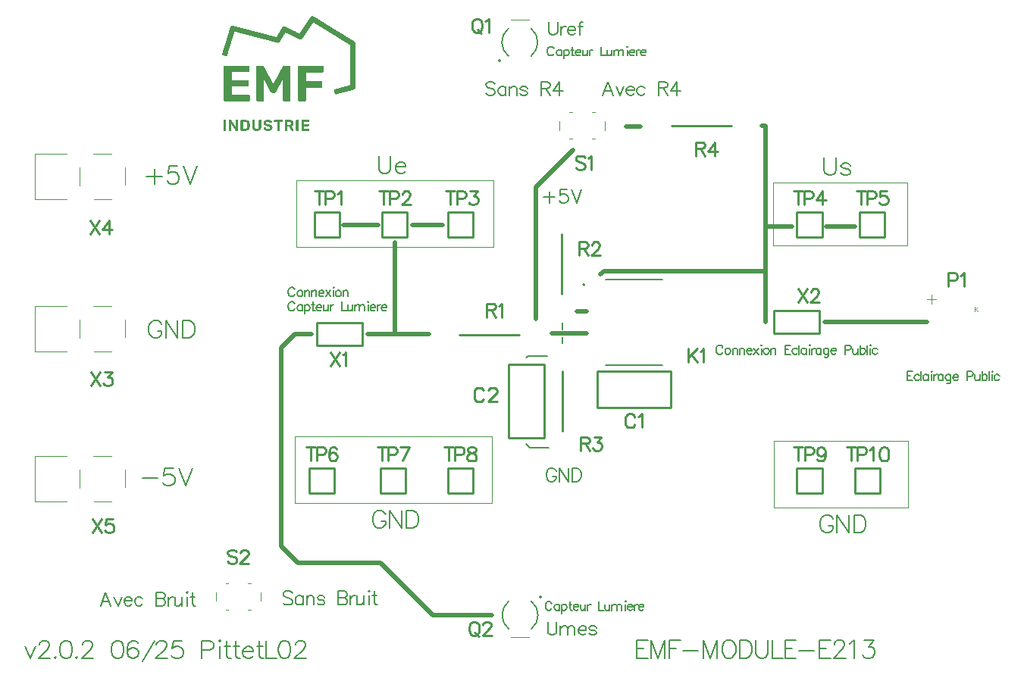
<source format=gbr>
G04*
G04 #@! TF.GenerationSoftware,Altium Limited,Altium Designer,24.1.2 (44)*
G04*
G04 Layer_Color=65535*
%FSLAX44Y44*%
%MOMM*%
G71*
G04*
G04 #@! TF.SameCoordinates,C4B2C0E0-4E9B-487C-9046-04FF2B3DFFC7*
G04*
G04*
G04 #@! TF.FilePolarity,Positive*
G04*
G01*
G75*
%ADD10C,0.2000*%
%ADD11C,0.1270*%
%ADD12C,0.0500*%
%ADD13C,0.1000*%
%ADD14C,0.5000*%
%ADD15C,0.2500*%
%ADD16C,0.2489*%
%ADD17C,0.1500*%
%ADD18C,0.2540*%
G36*
X464428Y694097D02*
X464561D01*
Y693963D01*
X464828D01*
Y693830D01*
X464961D01*
Y693564D01*
X465094D01*
Y693430D01*
X465227D01*
Y654914D01*
X465094D01*
Y654781D01*
X464961D01*
Y654514D01*
X464694D01*
Y654381D01*
X464561D01*
Y654248D01*
X464295D01*
Y654114D01*
X457631D01*
Y654248D01*
X457231D01*
Y654381D01*
X457098D01*
Y654514D01*
X456964D01*
Y654647D01*
X456831D01*
Y654781D01*
X456698D01*
Y655314D01*
X456565D01*
Y678370D01*
X456431D01*
Y678237D01*
X456298D01*
Y677970D01*
X456165D01*
Y677704D01*
X456031D01*
Y677437D01*
X455898D01*
Y677304D01*
X455765D01*
Y676904D01*
X455632D01*
Y676638D01*
X455498D01*
Y676504D01*
X455365D01*
Y676238D01*
X455232D01*
Y675971D01*
X455099D01*
Y675705D01*
X454965D01*
Y675438D01*
X454832D01*
Y675305D01*
X454699D01*
Y674905D01*
X454566D01*
Y674639D01*
X454432D01*
Y674505D01*
X454299D01*
Y674239D01*
X454166D01*
Y673972D01*
X454032D01*
Y673706D01*
X453899D01*
Y673439D01*
X453766D01*
Y673306D01*
X453633D01*
Y672906D01*
X453499D01*
Y672639D01*
X453366D01*
Y672506D01*
X453233D01*
Y672240D01*
X453099D01*
Y671973D01*
X452966D01*
Y671706D01*
X452833D01*
Y671440D01*
X452700D01*
Y671307D01*
X452566D01*
Y670907D01*
X452433D01*
Y670640D01*
X452300D01*
Y670507D01*
X452166D01*
Y670240D01*
X452033D01*
Y669974D01*
X451900D01*
Y669707D01*
X451767D01*
Y669441D01*
X451633D01*
Y669308D01*
X451500D01*
Y669041D01*
X451367D01*
Y668641D01*
X451234D01*
Y668508D01*
X451100D01*
Y668241D01*
X450967D01*
Y667975D01*
X450834D01*
Y667708D01*
X450700D01*
Y667442D01*
X450567D01*
Y667308D01*
X450434D01*
Y667042D01*
X450301D01*
Y666642D01*
X450167D01*
Y666509D01*
X450034D01*
Y666242D01*
X449901D01*
Y665976D01*
X449768D01*
Y665709D01*
X449634D01*
Y665443D01*
X449501D01*
Y665309D01*
X449368D01*
Y665043D01*
X449235D01*
Y664776D01*
X449101D01*
Y664643D01*
X448968D01*
Y664376D01*
X448835D01*
Y664243D01*
X448568D01*
Y664110D01*
X448435D01*
Y663977D01*
X448168D01*
Y663843D01*
X447902D01*
Y663710D01*
X444303D01*
Y663843D01*
X443904D01*
Y663977D01*
X443637D01*
Y664110D01*
X443504D01*
Y664243D01*
X443370D01*
Y664376D01*
X443237D01*
Y664510D01*
X443104D01*
Y664643D01*
X442971D01*
Y664776D01*
X442837D01*
Y665043D01*
X442704D01*
Y665176D01*
X442571D01*
Y665576D01*
X442438D01*
Y665709D01*
X442304D01*
Y665976D01*
X442171D01*
Y666242D01*
X442038D01*
Y666509D01*
X441904D01*
Y666775D01*
X441771D01*
Y667042D01*
X441638D01*
Y667175D01*
X441505D01*
Y667442D01*
X441371D01*
Y667708D01*
X441238D01*
Y667975D01*
X441105D01*
Y668241D01*
X440971D01*
Y668508D01*
X440838D01*
Y668774D01*
X440705D01*
Y669041D01*
X440572D01*
Y669174D01*
X440438D01*
Y669441D01*
X440305D01*
Y669707D01*
X440172D01*
Y669974D01*
X440038D01*
Y670240D01*
X439905D01*
Y670507D01*
X439772D01*
Y670774D01*
X439639D01*
Y671040D01*
X439505D01*
Y671173D01*
X439372D01*
Y671440D01*
X439239D01*
Y671706D01*
X439106D01*
Y671973D01*
X438972D01*
Y672240D01*
X438839D01*
Y672506D01*
X438706D01*
Y672773D01*
X438573D01*
Y673039D01*
X438439D01*
Y673173D01*
X438306D01*
Y673439D01*
X438173D01*
Y673706D01*
X438039D01*
Y673972D01*
X437906D01*
Y674239D01*
X437773D01*
Y674372D01*
X437640D01*
Y674772D01*
X437506D01*
Y675038D01*
X437373D01*
Y675172D01*
X437240D01*
Y675438D01*
X437107D01*
Y675705D01*
X436973D01*
Y675971D01*
X436840D01*
Y676238D01*
X436707D01*
Y676504D01*
X436573D01*
Y676771D01*
X436440D01*
Y677038D01*
X436307D01*
Y677171D01*
X436174D01*
Y677437D01*
X436040D01*
Y677704D01*
X435907D01*
Y677970D01*
X435774D01*
Y678237D01*
X435640D01*
Y678370D01*
X435507D01*
Y672773D01*
Y672639D01*
Y655180D01*
X435374D01*
Y654781D01*
X435241D01*
Y654647D01*
X435107D01*
Y654514D01*
X434974D01*
Y654381D01*
X434707D01*
Y654248D01*
X434574D01*
Y654114D01*
X427777D01*
Y654248D01*
X427644D01*
Y654381D01*
X427377D01*
Y654514D01*
X427244D01*
Y654647D01*
X427111D01*
Y654781D01*
X426978D01*
Y655047D01*
X426844D01*
Y693430D01*
X426978D01*
Y693697D01*
X427111D01*
Y693830D01*
X427244D01*
Y693963D01*
X427511D01*
Y694097D01*
X427644D01*
Y694230D01*
X434308D01*
Y694097D01*
X434574D01*
Y693963D01*
X434841D01*
Y693830D01*
X434974D01*
Y693697D01*
X435107D01*
Y693430D01*
X435241D01*
Y693297D01*
X435374D01*
Y693164D01*
X435507D01*
Y692897D01*
X435640D01*
Y692764D01*
X435774D01*
Y692497D01*
X435907D01*
Y692231D01*
X436040D01*
Y691964D01*
X436174D01*
Y691698D01*
X436307D01*
Y691564D01*
X436440D01*
Y691298D01*
X436573D01*
Y690898D01*
X436707D01*
Y690765D01*
X436840D01*
Y690498D01*
X436973D01*
Y690232D01*
X437107D01*
Y689965D01*
X437240D01*
Y689699D01*
X437373D01*
Y689565D01*
X437506D01*
Y689299D01*
X437640D01*
Y689032D01*
X437773D01*
Y688766D01*
X437906D01*
Y688499D01*
X438039D01*
Y688233D01*
X438173D01*
Y688099D01*
X438306D01*
Y687700D01*
X438439D01*
Y687566D01*
X438573D01*
Y687300D01*
X438706D01*
Y687033D01*
X438839D01*
Y686900D01*
X438972D01*
Y686500D01*
X439106D01*
Y686367D01*
X439239D01*
Y686100D01*
X439372D01*
Y685834D01*
X439505D01*
Y685700D01*
X439639D01*
Y685301D01*
X439772D01*
Y685034D01*
X439905D01*
Y684901D01*
X440038D01*
Y684634D01*
X440172D01*
Y684368D01*
X440305D01*
Y684101D01*
X440438D01*
Y683835D01*
X440572D01*
Y683701D01*
X440705D01*
Y683435D01*
X440838D01*
Y683168D01*
X440971D01*
Y682902D01*
X441105D01*
Y682635D01*
X441238D01*
Y682368D01*
X441371D01*
Y682102D01*
X441505D01*
Y681835D01*
X441638D01*
Y681702D01*
X441771D01*
Y681435D01*
X441904D01*
Y681169D01*
X442038D01*
Y680902D01*
X442171D01*
Y680636D01*
X442304D01*
Y680503D01*
X442438D01*
Y680236D01*
X442571D01*
Y679969D01*
X442704D01*
Y679703D01*
X442837D01*
Y679436D01*
X442971D01*
Y679170D01*
X443104D01*
Y679037D01*
X443237D01*
Y678770D01*
X443370D01*
Y678503D01*
X443504D01*
Y678237D01*
X443637D01*
Y677970D01*
X443770D01*
Y677704D01*
X443904D01*
Y677571D01*
X444037D01*
Y677171D01*
X444170D01*
Y677038D01*
X444303D01*
Y676771D01*
X444437D01*
Y676504D01*
X444570D01*
Y676238D01*
X444703D01*
Y675971D01*
X444836D01*
Y675838D01*
X444970D01*
Y675572D01*
X445103D01*
Y675305D01*
X445236D01*
Y675038D01*
X445369D01*
Y674772D01*
X445503D01*
Y674505D01*
X445636D01*
Y674372D01*
X445769D01*
Y673972D01*
X446169D01*
Y674239D01*
X446302D01*
Y674372D01*
X446436D01*
Y674639D01*
X446569D01*
Y674905D01*
X446702D01*
Y675172D01*
X446836D01*
Y675438D01*
X446969D01*
Y675572D01*
X447102D01*
Y675838D01*
X447235D01*
Y676105D01*
X447369D01*
Y676371D01*
X447502D01*
Y676638D01*
X447635D01*
Y676771D01*
X447768D01*
Y677038D01*
X447902D01*
Y677304D01*
X448035D01*
Y677571D01*
X448168D01*
Y677837D01*
X448302D01*
Y678104D01*
X448435D01*
Y678237D01*
X448568D01*
Y678503D01*
X448701D01*
Y678770D01*
X448835D01*
Y679037D01*
X448968D01*
Y679303D01*
X449101D01*
Y679436D01*
X449235D01*
Y679703D01*
X449368D01*
Y679969D01*
X449501D01*
Y680236D01*
X449634D01*
Y680503D01*
X449768D01*
Y680769D01*
X449901D01*
Y680902D01*
X450034D01*
Y681169D01*
X450167D01*
Y681435D01*
X450301D01*
Y681702D01*
X450434D01*
Y681969D01*
X450567D01*
Y682102D01*
X450700D01*
Y682368D01*
X450834D01*
Y682635D01*
X450967D01*
Y682902D01*
X451100D01*
Y683168D01*
X451234D01*
Y683301D01*
X451367D01*
Y683568D01*
X451500D01*
Y683968D01*
X451633D01*
Y684101D01*
X451767D01*
Y684368D01*
X451900D01*
Y684634D01*
X452033D01*
Y684901D01*
X452166D01*
Y685167D01*
X452300D01*
Y685301D01*
X452433D01*
Y685567D01*
X452566D01*
Y685834D01*
X452700D01*
Y686100D01*
X452833D01*
Y686367D01*
X452966D01*
Y686500D01*
X453099D01*
Y686767D01*
X453233D01*
Y687033D01*
X453366D01*
Y687300D01*
X453499D01*
Y687566D01*
X453633D01*
Y687833D01*
X453766D01*
Y687966D01*
X453899D01*
Y688233D01*
X454032D01*
Y688499D01*
X454166D01*
Y688766D01*
X454299D01*
Y689032D01*
X454432D01*
Y689165D01*
X454566D01*
Y689432D01*
X454699D01*
Y689699D01*
X454832D01*
Y689965D01*
X454965D01*
Y690232D01*
X455099D01*
Y690498D01*
X455232D01*
Y690631D01*
X455365D01*
Y690898D01*
X455498D01*
Y691165D01*
X455632D01*
Y691431D01*
X455765D01*
Y691698D01*
X455898D01*
Y691831D01*
X456031D01*
Y692097D01*
X456165D01*
Y692364D01*
X456298D01*
Y692631D01*
X456431D01*
Y692897D01*
X456565D01*
Y693030D01*
X456698D01*
Y693297D01*
X456831D01*
Y693430D01*
X456964D01*
Y693564D01*
X457098D01*
Y693697D01*
X457231D01*
Y693830D01*
X457364D01*
Y693963D01*
X457497D01*
Y694097D01*
X457764D01*
Y694230D01*
X464428D01*
Y694097D01*
D02*
G37*
G36*
X490416Y749272D02*
X490816D01*
Y749139D01*
X491216D01*
Y749006D01*
X491483D01*
Y748873D01*
X491616D01*
Y748739D01*
X491882D01*
Y748606D01*
X492149D01*
Y748473D01*
X492282D01*
Y748339D01*
X492549D01*
Y748206D01*
X492682D01*
Y748073D01*
X492949D01*
Y747940D01*
X493215D01*
Y747806D01*
X493348D01*
Y747673D01*
X493615D01*
Y747540D01*
X493881D01*
Y747407D01*
X494015D01*
Y747273D01*
X494281D01*
Y747140D01*
X494415D01*
Y747007D01*
X494681D01*
Y746873D01*
X494948D01*
Y746740D01*
X495081D01*
Y746607D01*
X495348D01*
Y746474D01*
X495614D01*
Y746340D01*
X495747D01*
Y746207D01*
X496014D01*
Y746074D01*
X496147D01*
Y745940D01*
X496414D01*
Y745807D01*
X496680D01*
Y745674D01*
X496814D01*
Y745541D01*
X497080D01*
Y745407D01*
X497347D01*
Y745274D01*
X497480D01*
Y745141D01*
X497747D01*
Y745008D01*
X497880D01*
Y744874D01*
X498146D01*
Y744741D01*
X498413D01*
Y744608D01*
X498546D01*
Y744474D01*
X498813D01*
Y744341D01*
X499079D01*
Y744208D01*
X499212D01*
Y744075D01*
X499479D01*
Y743941D01*
X499612D01*
Y743808D01*
X499879D01*
Y743675D01*
X500145D01*
Y743542D01*
X500279D01*
Y743408D01*
X500545D01*
Y743275D01*
X500812D01*
Y743142D01*
X500945D01*
Y743008D01*
X501212D01*
Y742875D01*
X501345D01*
Y742742D01*
X501612D01*
Y742609D01*
X501878D01*
Y742475D01*
X502011D01*
Y742342D01*
X502278D01*
Y742209D01*
X502544D01*
Y742076D01*
X502678D01*
Y741942D01*
X502944D01*
Y741809D01*
X503078D01*
Y741676D01*
X503344D01*
Y741543D01*
X503611D01*
Y741409D01*
X503744D01*
Y741276D01*
X504010D01*
Y741143D01*
X504277D01*
Y741009D01*
X504410D01*
Y740876D01*
X504677D01*
Y740743D01*
X504810D01*
Y740610D01*
X505077D01*
Y740476D01*
X505343D01*
Y740343D01*
X505476D01*
Y740210D01*
X505743D01*
Y740076D01*
X506009D01*
Y739943D01*
X506143D01*
Y739810D01*
X506409D01*
Y739677D01*
X506543D01*
Y739543D01*
X506809D01*
Y739410D01*
X507076D01*
Y739277D01*
X507209D01*
Y739144D01*
X507476D01*
Y739010D01*
X507742D01*
Y738877D01*
X507875D01*
Y738744D01*
X508142D01*
Y738610D01*
X508275D01*
Y738477D01*
X508542D01*
Y738344D01*
X508808D01*
Y738211D01*
X508942D01*
Y738077D01*
X509208D01*
Y737944D01*
X509341D01*
Y737811D01*
X509608D01*
Y737678D01*
X509874D01*
Y737544D01*
X510008D01*
Y737411D01*
X510274D01*
Y737278D01*
X510541D01*
Y737144D01*
X510674D01*
Y737011D01*
X510941D01*
Y736878D01*
X511207D01*
Y736745D01*
X511340D01*
Y736611D01*
X511607D01*
Y736478D01*
X511740D01*
Y736345D01*
X512007D01*
Y736211D01*
X512273D01*
Y736078D01*
X512407D01*
Y735945D01*
X512673D01*
Y735812D01*
X512807D01*
Y735678D01*
X513073D01*
Y735545D01*
X513340D01*
Y735412D01*
X513473D01*
Y735278D01*
X513740D01*
Y735145D01*
X514006D01*
Y735012D01*
X514139D01*
Y734879D01*
X514406D01*
Y734745D01*
X514539D01*
Y734612D01*
X514806D01*
Y734479D01*
X515072D01*
Y734346D01*
X515205D01*
Y734212D01*
X515472D01*
Y734079D01*
X515739D01*
Y733946D01*
X515872D01*
Y733812D01*
X516138D01*
Y733679D01*
X516272D01*
Y733546D01*
X516538D01*
Y733413D01*
X516805D01*
Y733279D01*
X516938D01*
Y733146D01*
X517205D01*
Y733013D01*
X517471D01*
Y732880D01*
X517604D01*
Y732746D01*
X517871D01*
Y732613D01*
X518004D01*
Y732480D01*
X518271D01*
Y732346D01*
X518537D01*
Y732213D01*
X518671D01*
Y732080D01*
X518937D01*
Y731947D01*
X519204D01*
Y731813D01*
X519337D01*
Y731680D01*
X519604D01*
Y731547D01*
X519737D01*
Y731414D01*
X520003D01*
Y731280D01*
X520270D01*
Y731147D01*
X520403D01*
Y731014D01*
X520670D01*
Y730881D01*
X520936D01*
Y730747D01*
X521070D01*
Y730614D01*
X521336D01*
Y730481D01*
X521469D01*
Y730347D01*
X521736D01*
Y730214D01*
X522002D01*
Y730081D01*
X522136D01*
Y729948D01*
X522402D01*
Y729814D01*
X522536D01*
Y729681D01*
X522802D01*
Y729548D01*
X523069D01*
Y729415D01*
X523202D01*
Y729281D01*
X523469D01*
Y729148D01*
X523735D01*
Y729015D01*
X523868D01*
Y728881D01*
X524135D01*
Y728748D01*
X524401D01*
Y728615D01*
X524535D01*
Y728482D01*
X524801D01*
Y728348D01*
X524935D01*
Y728215D01*
X525201D01*
Y728082D01*
X525468D01*
Y727948D01*
X525601D01*
Y727815D01*
X525868D01*
Y727682D01*
X526134D01*
Y727549D01*
X526267D01*
Y727415D01*
X526534D01*
Y727282D01*
X526667D01*
Y727149D01*
X526934D01*
Y727016D01*
X527200D01*
Y726882D01*
X527333D01*
Y726749D01*
X527600D01*
Y726616D01*
X527733D01*
Y726482D01*
X528000D01*
Y726349D01*
X528266D01*
Y726216D01*
X528400D01*
Y726083D01*
X528666D01*
Y725949D01*
X528933D01*
Y725816D01*
X529066D01*
Y725683D01*
X529333D01*
Y725549D01*
X529466D01*
Y725416D01*
X529732D01*
Y725283D01*
X529999D01*
Y725150D01*
X530132D01*
Y725016D01*
X530399D01*
Y724883D01*
X530532D01*
Y724750D01*
X530799D01*
Y724617D01*
X530932D01*
Y724483D01*
X531199D01*
Y724350D01*
X531465D01*
Y724217D01*
X531732D01*
Y724083D01*
X531865D01*
Y723950D01*
X532131D01*
Y723817D01*
X532265D01*
Y723684D01*
X532531D01*
Y723550D01*
X532798D01*
Y723417D01*
X532931D01*
Y723284D01*
X533198D01*
Y723150D01*
X533331D01*
Y723017D01*
X533597D01*
Y722884D01*
X533864D01*
Y722751D01*
X533997D01*
Y722617D01*
X534264D01*
Y722484D01*
X534530D01*
Y722351D01*
X534664D01*
Y722218D01*
X534930D01*
Y722084D01*
X535063D01*
Y721951D01*
X535330D01*
Y721818D01*
X535463D01*
Y721684D01*
X535730D01*
Y721551D01*
X535996D01*
Y721418D01*
X536130D01*
Y721285D01*
X536396D01*
Y721151D01*
X536663D01*
Y721018D01*
X536796D01*
Y720885D01*
X536929D01*
Y720752D01*
X537062D01*
Y720618D01*
X537196D01*
Y720485D01*
X537329D01*
Y720219D01*
X537462D01*
Y719952D01*
X537596D01*
Y719819D01*
X537729D01*
Y719152D01*
X537862D01*
Y669441D01*
X537729D01*
Y668908D01*
X537596D01*
Y668641D01*
X537462D01*
Y668375D01*
X537329D01*
Y668241D01*
X537196D01*
Y668108D01*
X537062D01*
Y667975D01*
X536929D01*
Y667841D01*
X536796D01*
Y667708D01*
X536663D01*
Y667575D01*
X536396D01*
Y667442D01*
X536263D01*
Y667308D01*
X535996D01*
Y667175D01*
X535463D01*
Y667042D01*
X535063D01*
Y666909D01*
X534397D01*
Y666775D01*
X533997D01*
Y666642D01*
X533464D01*
Y666509D01*
X532931D01*
Y666376D01*
X532531D01*
Y666242D01*
X531998D01*
Y666109D01*
X531465D01*
Y665976D01*
X530932D01*
Y665842D01*
X530399D01*
Y665709D01*
X529866D01*
Y665576D01*
X529466D01*
Y665443D01*
X528800D01*
Y665309D01*
X528533D01*
Y665176D01*
X527867D01*
Y665043D01*
X527333D01*
Y664910D01*
X526934D01*
Y664776D01*
X526267D01*
Y664643D01*
X525868D01*
Y664510D01*
X525334D01*
Y664376D01*
X524801D01*
Y664243D01*
X524401D01*
Y664110D01*
X523868D01*
Y663977D01*
X523202D01*
Y663843D01*
X522935D01*
Y663710D01*
X522269D01*
Y663577D01*
X521869D01*
Y663444D01*
X521336D01*
Y663310D01*
X520670D01*
Y663177D01*
X520270D01*
Y663044D01*
X519737D01*
Y662910D01*
X519204D01*
Y662777D01*
X518804D01*
Y662644D01*
X518138D01*
Y662511D01*
X517738D01*
Y662377D01*
X517205D01*
Y662244D01*
X516671D01*
Y662111D01*
X516272D01*
Y661977D01*
X515472D01*
Y662111D01*
X515205D01*
Y662244D01*
X515072D01*
Y662377D01*
X514939D01*
Y662644D01*
X514806D01*
Y663044D01*
X514672D01*
Y663710D01*
X514539D01*
Y664110D01*
X514406D01*
Y664643D01*
X514273D01*
Y665176D01*
X514139D01*
Y665576D01*
X514006D01*
Y666242D01*
X513873D01*
Y667175D01*
X514006D01*
Y667442D01*
X514139D01*
Y667575D01*
X514406D01*
Y667708D01*
X514806D01*
Y667841D01*
X515205D01*
Y667975D01*
X515872D01*
Y668108D01*
X516272D01*
Y668241D01*
X516805D01*
Y668375D01*
X517338D01*
Y668508D01*
X517738D01*
Y668641D01*
X518271D01*
Y668774D01*
X518937D01*
Y668908D01*
X519337D01*
Y669041D01*
X519870D01*
Y669174D01*
X520403D01*
Y669308D01*
X520803D01*
Y669441D01*
X521469D01*
Y669574D01*
X521736D01*
Y669707D01*
X522402D01*
Y669841D01*
X522935D01*
Y669974D01*
X523335D01*
Y670107D01*
X524002D01*
Y670240D01*
X524401D01*
Y670374D01*
X524935D01*
Y670507D01*
X525468D01*
Y670640D01*
X525868D01*
Y670774D01*
X526400D01*
Y670907D01*
X527067D01*
Y671040D01*
X527467D01*
Y671173D01*
X528000D01*
Y671307D01*
X528400D01*
Y671440D01*
X528933D01*
Y671573D01*
X529599D01*
Y671706D01*
X529999D01*
Y671840D01*
X530532D01*
Y671973D01*
X531065D01*
Y672106D01*
X531465D01*
Y672240D01*
X531865D01*
Y672373D01*
X531998D01*
Y672506D01*
X531865D01*
Y716753D01*
X531998D01*
Y716887D01*
X531865D01*
Y717153D01*
X531598D01*
Y717286D01*
X531465D01*
Y717420D01*
X531199D01*
Y717553D01*
X531065D01*
Y717686D01*
X530799D01*
Y717820D01*
X530532D01*
Y717953D01*
X530399D01*
Y718086D01*
X530132D01*
Y718219D01*
X529866D01*
Y718353D01*
X529732D01*
Y718486D01*
X529466D01*
Y718619D01*
X529199D01*
Y718753D01*
X529066D01*
Y718886D01*
X528800D01*
Y719019D01*
X528666D01*
Y719152D01*
X528400D01*
Y719286D01*
X528133D01*
Y719419D01*
X528000D01*
Y719552D01*
X527733D01*
Y719685D01*
X527600D01*
Y719819D01*
X527333D01*
Y719952D01*
X527067D01*
Y720085D01*
X526934D01*
Y720219D01*
X526667D01*
Y720352D01*
X526400D01*
Y720485D01*
X526267D01*
Y720618D01*
X526001D01*
Y720752D01*
X525868D01*
Y720885D01*
X525601D01*
Y721018D01*
X525334D01*
Y721151D01*
X525201D01*
Y721285D01*
X524935D01*
Y721418D01*
X524668D01*
Y721551D01*
X524535D01*
Y721684D01*
X524268D01*
Y721818D01*
X524135D01*
Y721951D01*
X523868D01*
Y722084D01*
X523602D01*
Y722218D01*
X523469D01*
Y722351D01*
X523202D01*
Y722484D01*
X522935D01*
Y722617D01*
X522802D01*
Y722751D01*
X522536D01*
Y722884D01*
X522402D01*
Y723017D01*
X522136D01*
Y723150D01*
X521869D01*
Y723284D01*
X521736D01*
Y723417D01*
X521469D01*
Y723550D01*
X521203D01*
Y723684D01*
X521070D01*
Y723817D01*
X520803D01*
Y723950D01*
X520670D01*
Y724083D01*
X520403D01*
Y724217D01*
X520137D01*
Y724350D01*
X520003D01*
Y724483D01*
X519737D01*
Y724617D01*
X519470D01*
Y724750D01*
X519337D01*
Y724883D01*
X519070D01*
Y725016D01*
X518937D01*
Y725150D01*
X518671D01*
Y725283D01*
X518404D01*
Y725416D01*
X518271D01*
Y725549D01*
X518004D01*
Y725683D01*
X517738D01*
Y725816D01*
X517604D01*
Y725949D01*
X517338D01*
Y726083D01*
X517205D01*
Y726216D01*
X516938D01*
Y726349D01*
X516671D01*
Y726482D01*
X516538D01*
Y726616D01*
X516272D01*
Y726749D01*
X516005D01*
Y726882D01*
X515872D01*
Y727016D01*
X515605D01*
Y727149D01*
X515472D01*
Y727282D01*
X515205D01*
Y727415D01*
X514939D01*
Y727549D01*
X514806D01*
Y727682D01*
X514539D01*
Y727815D01*
X514273D01*
Y727948D01*
X514139D01*
Y728082D01*
X513873D01*
Y728215D01*
X513740D01*
Y728348D01*
X513473D01*
Y728482D01*
X513206D01*
Y728615D01*
X513073D01*
Y728748D01*
X512807D01*
Y728881D01*
X512673D01*
Y729015D01*
X512407D01*
Y729148D01*
X512140D01*
Y729281D01*
X512007D01*
Y729415D01*
X511740D01*
Y729548D01*
X511474D01*
Y729681D01*
X511340D01*
Y729814D01*
X511074D01*
Y729948D01*
X510941D01*
Y730081D01*
X510674D01*
Y730214D01*
X510408D01*
Y730347D01*
X510274D01*
Y730481D01*
X510008D01*
Y730614D01*
X509741D01*
Y730747D01*
X509608D01*
Y730881D01*
X509341D01*
Y731014D01*
X509208D01*
Y731147D01*
X508942D01*
Y731280D01*
X508675D01*
Y731414D01*
X508542D01*
Y731547D01*
X508275D01*
Y731680D01*
X508009D01*
Y731813D01*
X507875D01*
Y731947D01*
X507609D01*
Y732080D01*
X507342D01*
Y732213D01*
X507209D01*
Y732346D01*
X506942D01*
Y732480D01*
X506809D01*
Y732613D01*
X506543D01*
Y732746D01*
X506276D01*
Y732880D01*
X506143D01*
Y733013D01*
X505876D01*
Y733146D01*
X505743D01*
Y733279D01*
X505476D01*
Y733413D01*
X505210D01*
Y733546D01*
X505077D01*
Y733679D01*
X504810D01*
Y733812D01*
X504543D01*
Y733946D01*
X504410D01*
Y734079D01*
X504144D01*
Y734212D01*
X503877D01*
Y734346D01*
X503744D01*
Y734479D01*
X503477D01*
Y734612D01*
X503344D01*
Y734745D01*
X503078D01*
Y734879D01*
X502811D01*
Y735012D01*
X502678D01*
Y735145D01*
X502411D01*
Y735278D01*
X502278D01*
Y735412D01*
X502011D01*
Y735545D01*
X501745D01*
Y735678D01*
X501612D01*
Y735812D01*
X501345D01*
Y735945D01*
X501078D01*
Y736078D01*
X500945D01*
Y736211D01*
X500678D01*
Y736345D01*
X500545D01*
Y736478D01*
X500279D01*
Y736611D01*
X500012D01*
Y736745D01*
X499879D01*
Y736878D01*
X499612D01*
Y737011D01*
X499346D01*
Y737144D01*
X499212D01*
Y737278D01*
X498946D01*
Y737411D01*
X498813D01*
Y737544D01*
X498546D01*
Y737678D01*
X498280D01*
Y737811D01*
X498146D01*
Y737944D01*
X497880D01*
Y738077D01*
X497613D01*
Y738211D01*
X497480D01*
Y738344D01*
X497213D01*
Y738477D01*
X497080D01*
Y738610D01*
X496814D01*
Y738744D01*
X496547D01*
Y738877D01*
X496414D01*
Y739010D01*
X496147D01*
Y739144D01*
X495881D01*
Y739277D01*
X495747D01*
Y739410D01*
X495481D01*
Y739543D01*
X495348D01*
Y739677D01*
X495081D01*
Y739810D01*
X494814D01*
Y739943D01*
X494681D01*
Y740076D01*
X494415D01*
Y740210D01*
X494148D01*
Y740343D01*
X494015D01*
Y740476D01*
X493748D01*
Y740610D01*
X493615D01*
Y740743D01*
X493348D01*
Y740876D01*
X493082D01*
Y741009D01*
X492949D01*
Y741143D01*
X492682D01*
Y741276D01*
X492416D01*
Y741409D01*
X492282D01*
Y741543D01*
X492016D01*
Y741676D01*
X491882D01*
Y741809D01*
X491616D01*
Y741942D01*
X491349D01*
Y742076D01*
X491216D01*
Y742209D01*
X490950D01*
Y742342D01*
X490683D01*
Y742209D01*
X490550D01*
Y741942D01*
X490416D01*
Y741809D01*
X490283D01*
Y741676D01*
X490150D01*
Y741409D01*
X490017D01*
Y741276D01*
X489883D01*
Y741009D01*
X489750D01*
Y740876D01*
X489617D01*
Y740610D01*
X489483D01*
Y740476D01*
X489350D01*
Y740210D01*
X489217D01*
Y740076D01*
X489084D01*
Y739810D01*
X488950D01*
Y739677D01*
X488817D01*
Y739410D01*
X488684D01*
Y739277D01*
X488550D01*
Y739144D01*
X488417D01*
Y738877D01*
X488284D01*
Y738744D01*
X488151D01*
Y738477D01*
X488017D01*
Y738344D01*
X487884D01*
Y738077D01*
X487751D01*
Y737944D01*
X487618D01*
Y737678D01*
X487484D01*
Y737544D01*
X487351D01*
Y737278D01*
X487218D01*
Y737144D01*
X487085D01*
Y737011D01*
X486951D01*
Y736745D01*
X486818D01*
Y736611D01*
X486685D01*
Y736345D01*
X486551D01*
Y736211D01*
X486418D01*
Y735945D01*
X486285D01*
Y735812D01*
X486152D01*
Y735545D01*
X486018D01*
Y735412D01*
X485885D01*
Y735145D01*
X485752D01*
Y735012D01*
X485619D01*
Y734745D01*
X485485D01*
Y734612D01*
X485352D01*
Y734479D01*
X485219D01*
Y734212D01*
X485085D01*
Y734079D01*
X484952D01*
Y733812D01*
X484819D01*
Y733546D01*
X484686D01*
Y733413D01*
X484552D01*
Y733279D01*
X484419D01*
Y733013D01*
X484286D01*
Y732880D01*
X484152D01*
Y732613D01*
X484019D01*
Y732480D01*
X483886D01*
Y732346D01*
X483753D01*
Y732080D01*
X483619D01*
Y731947D01*
X483486D01*
Y731680D01*
X483353D01*
Y731414D01*
X483219D01*
Y731280D01*
X483086D01*
Y731147D01*
X482953D01*
Y730881D01*
X482820D01*
Y730747D01*
X482686D01*
Y730481D01*
X482553D01*
Y730347D01*
X482420D01*
Y730081D01*
X482287D01*
Y729948D01*
X482153D01*
Y729814D01*
X482020D01*
Y729548D01*
X481887D01*
Y729281D01*
X481754D01*
Y729148D01*
X481620D01*
Y728881D01*
X481487D01*
Y728748D01*
X481354D01*
Y728615D01*
X481220D01*
Y728348D01*
X481087D01*
Y728215D01*
X480954D01*
Y727948D01*
X480821D01*
Y727815D01*
X480687D01*
Y727549D01*
X480554D01*
Y727415D01*
X480421D01*
Y727149D01*
X480288D01*
Y727016D01*
X480154D01*
Y726749D01*
X480021D01*
Y726616D01*
X479888D01*
Y726349D01*
X479754D01*
Y726216D01*
X479621D01*
Y726083D01*
X479488D01*
Y725816D01*
X479355D01*
Y725683D01*
X479221D01*
Y725416D01*
X479088D01*
Y725283D01*
X478955D01*
Y725016D01*
X478821D01*
Y724883D01*
X478688D01*
Y724617D01*
X478555D01*
Y724483D01*
X478422D01*
Y724350D01*
X478288D01*
Y724217D01*
X478155D01*
Y724083D01*
X478022D01*
Y723950D01*
X477889D01*
Y723817D01*
X477622D01*
Y723684D01*
X477355D01*
Y723550D01*
X477089D01*
Y723417D01*
X475090D01*
Y723550D01*
X474823D01*
Y723684D01*
X474557D01*
Y723817D01*
X474290D01*
Y723950D01*
X474024D01*
Y724083D01*
X473757D01*
Y724217D01*
X473490D01*
Y724350D01*
X473224D01*
Y724483D01*
X472957D01*
Y724617D01*
X472691D01*
Y724750D01*
X472424D01*
Y724883D01*
X472024D01*
Y725016D01*
X471891D01*
Y725150D01*
X471491D01*
Y725283D01*
X471225D01*
Y725416D01*
X470958D01*
Y725549D01*
X470692D01*
Y725683D01*
X470425D01*
Y725816D01*
X470159D01*
Y725949D01*
X469892D01*
Y726083D01*
X469626D01*
Y726216D01*
X469359D01*
Y726349D01*
X468959D01*
Y726482D01*
X468826D01*
Y726616D01*
X468426D01*
Y726749D01*
X468293D01*
Y726882D01*
X468026D01*
Y727016D01*
X467626D01*
Y727149D01*
X467360D01*
Y727282D01*
X467093D01*
Y727415D01*
X466827D01*
Y727549D01*
X466693D01*
Y727682D01*
X466294D01*
Y727815D01*
X466027D01*
Y727948D01*
X465760D01*
Y728082D01*
X465494D01*
Y728215D01*
X465227D01*
Y728348D01*
X464961D01*
Y728482D01*
X464561D01*
Y728615D01*
X464428D01*
Y728748D01*
X464028D01*
Y728881D01*
X463895D01*
Y729015D01*
X463628D01*
Y729148D01*
X463228D01*
Y729281D01*
X462962D01*
Y729415D01*
X462695D01*
Y729548D01*
X462429D01*
Y729681D01*
X462162D01*
Y729814D01*
X461896D01*
Y729948D01*
X461629D01*
Y730081D01*
X461362D01*
Y730214D01*
X460963D01*
Y730347D01*
X460829D01*
Y730481D01*
X460563D01*
Y730614D01*
X460163D01*
Y730747D01*
X459897D01*
Y730881D01*
X459630D01*
Y731014D01*
X459363D01*
Y730747D01*
X459230D01*
Y730481D01*
X459097D01*
Y730347D01*
X458964D01*
Y730081D01*
X458830D01*
Y729814D01*
X458697D01*
Y729681D01*
X458564D01*
Y729415D01*
X458430D01*
Y729148D01*
X458297D01*
Y729015D01*
X458164D01*
Y728748D01*
X458031D01*
Y728482D01*
X457897D01*
Y728215D01*
X457764D01*
Y728082D01*
X457631D01*
Y727815D01*
X457497D01*
Y727549D01*
X457364D01*
Y727415D01*
X457231D01*
Y727149D01*
X457098D01*
Y726882D01*
X456964D01*
Y726749D01*
X456831D01*
Y726482D01*
X456698D01*
Y726216D01*
X456565D01*
Y726083D01*
X456431D01*
Y725816D01*
X456298D01*
Y725549D01*
X456165D01*
Y725283D01*
X456031D01*
Y725016D01*
X455898D01*
Y724883D01*
X455765D01*
Y724617D01*
X455632D01*
Y724350D01*
X455498D01*
Y724217D01*
X455365D01*
Y723950D01*
X455232D01*
Y723684D01*
X455099D01*
Y723550D01*
X454965D01*
Y723284D01*
X454832D01*
Y723017D01*
X454699D01*
Y722751D01*
X454566D01*
Y722617D01*
X454432D01*
Y722351D01*
X454299D01*
Y722084D01*
X454166D01*
Y721951D01*
X454032D01*
Y721684D01*
X453899D01*
Y721418D01*
X453766D01*
Y721285D01*
X453633D01*
Y721018D01*
X453499D01*
Y720752D01*
X453366D01*
Y720618D01*
X453233D01*
Y720485D01*
X453099D01*
Y720352D01*
X452966D01*
Y720219D01*
X452700D01*
Y720085D01*
X452566D01*
Y719952D01*
X452300D01*
Y719819D01*
X451900D01*
Y719685D01*
X451367D01*
Y719552D01*
X450834D01*
Y719685D01*
X450301D01*
Y719819D01*
X449634D01*
Y719952D01*
X449101D01*
Y720085D01*
X448701D01*
Y720219D01*
X448168D01*
Y720352D01*
X447635D01*
Y720485D01*
X447235D01*
Y720618D01*
X446569D01*
Y720752D01*
X446169D01*
Y720885D01*
X445636D01*
Y721018D01*
X445103D01*
Y721151D01*
X444703D01*
Y721285D01*
X444037D01*
Y721418D01*
X443637D01*
Y721551D01*
X443104D01*
Y721684D01*
X442571D01*
Y721818D01*
X442171D01*
Y721951D01*
X441505D01*
Y722084D01*
X440971D01*
Y722218D01*
X440572D01*
Y722351D01*
X440038D01*
Y722484D01*
X439505D01*
Y722617D01*
X438972D01*
Y722751D01*
X438439D01*
Y722884D01*
X438039D01*
Y723017D01*
X437506D01*
Y723150D01*
X436973D01*
Y723284D01*
X436440D01*
Y723417D01*
X435907D01*
Y723550D01*
X435507D01*
Y723684D01*
X434974D01*
Y723817D01*
X434308D01*
Y723950D01*
X433908D01*
Y724083D01*
X433375D01*
Y724217D01*
X432842D01*
Y724350D01*
X432442D01*
Y724483D01*
X431776D01*
Y724617D01*
X431376D01*
Y724750D01*
X430843D01*
Y724883D01*
X430309D01*
Y725016D01*
X429910D01*
Y725150D01*
X429243D01*
Y725283D01*
X428710D01*
Y725416D01*
X428310D01*
Y725549D01*
X427777D01*
Y725683D01*
X427244D01*
Y725816D01*
X426711D01*
Y725949D01*
X426178D01*
Y726083D01*
X425778D01*
Y726216D01*
X425245D01*
Y726349D01*
X424712D01*
Y726482D01*
X424179D01*
Y726616D01*
X423646D01*
Y726749D01*
X423246D01*
Y726882D01*
X422713D01*
Y727016D01*
X422046D01*
Y727149D01*
X421780D01*
Y727282D01*
X421114D01*
Y727415D01*
X420580D01*
Y727549D01*
X420181D01*
Y727682D01*
X419514D01*
Y727815D01*
X419114D01*
Y727948D01*
X418581D01*
Y728082D01*
X418048D01*
Y728215D01*
X417648D01*
Y728348D01*
X416982D01*
Y728482D01*
X416449D01*
Y728615D01*
X416049D01*
Y728748D01*
X415516D01*
Y728881D01*
X414983D01*
Y729015D01*
X414583D01*
Y729148D01*
X413917D01*
Y729281D01*
X413517D01*
Y729415D01*
X412984D01*
Y729548D01*
X412451D01*
Y729681D01*
X412051D01*
Y729814D01*
X411384D01*
Y729948D01*
X410985D01*
Y730081D01*
X410452D01*
Y730214D01*
X409918D01*
Y730347D01*
X409519D01*
Y730481D01*
X408852D01*
Y730614D01*
X408319D01*
Y730747D01*
X407919D01*
Y730881D01*
X407386D01*
Y731014D01*
X406853D01*
Y731147D01*
X406320D01*
Y731280D01*
X405787D01*
Y731414D01*
X405387D01*
Y731547D01*
X404854D01*
Y731680D01*
X404188D01*
Y731813D01*
X403921D01*
Y731947D01*
X403255D01*
Y732080D01*
X402722D01*
Y731813D01*
X402588D01*
Y731547D01*
X402455D01*
Y731014D01*
X402322D01*
Y730481D01*
X402188D01*
Y730214D01*
X402055D01*
Y729681D01*
X401922D01*
Y729281D01*
X401789D01*
Y728881D01*
X401655D01*
Y728348D01*
X401522D01*
Y728082D01*
X401389D01*
Y727549D01*
X401256D01*
Y727016D01*
X401122D01*
Y726749D01*
X400989D01*
Y726216D01*
X400856D01*
Y725816D01*
X400723D01*
Y725416D01*
X400589D01*
Y724883D01*
X400456D01*
Y724617D01*
X400323D01*
Y724083D01*
X400189D01*
Y723684D01*
X400056D01*
Y723284D01*
X399923D01*
Y722751D01*
X399790D01*
Y722351D01*
X399656D01*
Y721951D01*
X399523D01*
Y721418D01*
X399390D01*
Y721151D01*
X399257D01*
Y720618D01*
X399123D01*
Y720219D01*
X398990D01*
Y719819D01*
X398857D01*
Y719286D01*
X398723D01*
Y718886D01*
X398590D01*
Y718486D01*
X398457D01*
Y717953D01*
X398324D01*
Y717686D01*
X398190D01*
Y717153D01*
X398057D01*
Y716620D01*
X397924D01*
Y716354D01*
X397790D01*
Y715820D01*
X397657D01*
Y715554D01*
X397524D01*
Y715021D01*
X397391D01*
Y714488D01*
X397257D01*
Y714221D01*
X397124D01*
Y713688D01*
X396991D01*
Y713288D01*
X396857D01*
Y712888D01*
X396724D01*
Y712355D01*
X396591D01*
Y712089D01*
X396458D01*
Y711556D01*
X396324D01*
Y711156D01*
X396191D01*
Y710756D01*
X396058D01*
Y710356D01*
X395925D01*
Y709823D01*
X395791D01*
Y709423D01*
X395658D01*
Y709023D01*
X395525D01*
Y708490D01*
X395392D01*
Y708091D01*
X395258D01*
Y707691D01*
X395125D01*
Y707291D01*
X394992D01*
Y706891D01*
X394858D01*
Y706358D01*
X394725D01*
Y706091D01*
X394592D01*
Y705558D01*
X394459D01*
Y705158D01*
X394325D01*
Y704892D01*
X394192D01*
Y704759D01*
X394059D01*
Y704625D01*
X393792D01*
Y704492D01*
X393126D01*
Y704625D01*
X392593D01*
Y704759D01*
X392193D01*
Y704892D01*
X391793D01*
Y705025D01*
X391260D01*
Y705158D01*
X390993D01*
Y705292D01*
X390460D01*
Y705425D01*
X390061D01*
Y705558D01*
X389661D01*
Y705692D01*
X389261D01*
Y705825D01*
X389128D01*
Y705958D01*
X388994D01*
Y706091D01*
X388861D01*
Y706358D01*
X388728D01*
Y707024D01*
X388861D01*
Y707557D01*
X388994D01*
Y707824D01*
X389128D01*
Y708357D01*
X389261D01*
Y708890D01*
X389394D01*
Y709157D01*
X389527D01*
Y709690D01*
X389661D01*
Y710090D01*
X389794D01*
Y710489D01*
X389927D01*
Y711023D01*
X390061D01*
Y711289D01*
X390194D01*
Y711822D01*
X390327D01*
Y712222D01*
X390460D01*
Y712622D01*
X390594D01*
Y713155D01*
X390727D01*
Y713555D01*
X390860D01*
Y713955D01*
X390993D01*
Y714354D01*
X391127D01*
Y714754D01*
X391260D01*
Y715154D01*
X391393D01*
Y715687D01*
X391526D01*
Y716087D01*
X391660D01*
Y716487D01*
X391793D01*
Y717020D01*
X391926D01*
Y717420D01*
X392060D01*
Y717820D01*
X392193D01*
Y718219D01*
X392326D01*
Y718619D01*
X392459D01*
Y719152D01*
X392593D01*
Y719552D01*
X392726D01*
Y719952D01*
X392859D01*
Y720485D01*
X392993D01*
Y720752D01*
X393126D01*
Y721285D01*
X393259D01*
Y721684D01*
X393392D01*
Y722084D01*
X393526D01*
Y722617D01*
X393659D01*
Y722884D01*
X393792D01*
Y723417D01*
X393926D01*
Y723950D01*
X394059D01*
Y724217D01*
X394192D01*
Y724750D01*
X394325D01*
Y725150D01*
X394459D01*
Y725549D01*
X394592D01*
Y726083D01*
X394725D01*
Y726349D01*
X394858D01*
Y726882D01*
X394992D01*
Y727282D01*
X395125D01*
Y727682D01*
X395258D01*
Y728215D01*
X395392D01*
Y728615D01*
X395525D01*
Y729015D01*
X395658D01*
Y729548D01*
X395791D01*
Y729814D01*
X395925D01*
Y730347D01*
X396058D01*
Y730747D01*
X396191D01*
Y731147D01*
X396324D01*
Y731680D01*
X396458D01*
Y732080D01*
X396591D01*
Y732480D01*
X396724D01*
Y733013D01*
X396857D01*
Y733279D01*
X396991D01*
Y733812D01*
X397124D01*
Y734212D01*
X397257D01*
Y734612D01*
X397391D01*
Y735145D01*
X397524D01*
Y735545D01*
X397657D01*
Y735945D01*
X397790D01*
Y736478D01*
X397924D01*
Y736745D01*
X398057D01*
Y737144D01*
X398190D01*
Y737278D01*
X398324D01*
Y737544D01*
X398457D01*
Y737678D01*
X398590D01*
Y737811D01*
X398723D01*
Y737944D01*
X398857D01*
Y738077D01*
X398990D01*
Y738211D01*
X399257D01*
Y738344D01*
X399523D01*
Y738477D01*
X399790D01*
Y738610D01*
X400589D01*
Y738744D01*
X400989D01*
Y738610D01*
X401655D01*
Y738477D01*
X402055D01*
Y738344D01*
X402722D01*
Y738211D01*
X403121D01*
Y738077D01*
X403655D01*
Y737944D01*
X404321D01*
Y737811D01*
X404587D01*
Y737678D01*
X405254D01*
Y737544D01*
X405654D01*
Y737411D01*
X406187D01*
Y737278D01*
X406853D01*
Y737144D01*
X407253D01*
Y737011D01*
X407786D01*
Y736878D01*
X408319D01*
Y736745D01*
X408719D01*
Y736611D01*
X409385D01*
Y736478D01*
X409785D01*
Y736345D01*
X410318D01*
Y736211D01*
X410851D01*
Y736078D01*
X411251D01*
Y735945D01*
X411917D01*
Y735812D01*
X412451D01*
Y735678D01*
X412850D01*
Y735545D01*
X413384D01*
Y735412D01*
X413917D01*
Y735278D01*
X414316D01*
Y735145D01*
X414983D01*
Y735012D01*
X415383D01*
Y734879D01*
X415916D01*
Y734745D01*
X416449D01*
Y734612D01*
X416849D01*
Y734479D01*
X417515D01*
Y734346D01*
X417915D01*
Y734212D01*
X418448D01*
Y734079D01*
X419114D01*
Y733946D01*
X419514D01*
Y733812D01*
X420047D01*
Y733679D01*
X420580D01*
Y733546D01*
X420980D01*
Y733413D01*
X421647D01*
Y733279D01*
X422046D01*
Y733146D01*
X422579D01*
Y733013D01*
X423113D01*
Y732880D01*
X423512D01*
Y732746D01*
X424179D01*
Y732613D01*
X424712D01*
Y732480D01*
X425112D01*
Y732346D01*
X425645D01*
Y732213D01*
X426178D01*
Y732080D01*
X426711D01*
Y731947D01*
X427244D01*
Y731813D01*
X427644D01*
Y731680D01*
X428177D01*
Y731547D01*
X428710D01*
Y731414D01*
X429110D01*
Y731280D01*
X429776D01*
Y731147D01*
X430176D01*
Y731014D01*
X430709D01*
Y730881D01*
X431376D01*
Y730747D01*
X431642D01*
Y730614D01*
X432309D01*
Y730481D01*
X432842D01*
Y730347D01*
X433242D01*
Y730214D01*
X433775D01*
Y730081D01*
X434308D01*
Y729948D01*
X434841D01*
Y729814D01*
X435374D01*
Y729681D01*
X435774D01*
Y729548D01*
X436307D01*
Y729415D01*
X436973D01*
Y729281D01*
X437373D01*
Y729148D01*
X437906D01*
Y729015D01*
X438439D01*
Y728881D01*
X438839D01*
Y728748D01*
X439505D01*
Y728615D01*
X439905D01*
Y728482D01*
X440438D01*
Y728348D01*
X440971D01*
Y728215D01*
X441371D01*
Y728082D01*
X442038D01*
Y727948D01*
X442438D01*
Y727815D01*
X442971D01*
Y727682D01*
X443504D01*
Y727549D01*
X443904D01*
Y727415D01*
X444570D01*
Y727282D01*
X445103D01*
Y727149D01*
X445503D01*
Y727016D01*
X446036D01*
Y726882D01*
X446569D01*
Y726749D01*
X447102D01*
Y726616D01*
X447635D01*
Y726482D01*
X448035D01*
Y726349D01*
X448568D01*
Y726216D01*
X449235D01*
Y726083D01*
X449768D01*
Y726349D01*
X449901D01*
Y726482D01*
X450034D01*
Y726749D01*
X450167D01*
Y727016D01*
X450301D01*
Y727282D01*
X450434D01*
Y727415D01*
X450567D01*
Y727682D01*
X450700D01*
Y727948D01*
X450834D01*
Y728082D01*
X450967D01*
Y728348D01*
X451100D01*
Y728615D01*
X451234D01*
Y728748D01*
X451367D01*
Y729015D01*
X451500D01*
Y729281D01*
X451633D01*
Y729548D01*
X451767D01*
Y729814D01*
X451900D01*
Y729948D01*
X452033D01*
Y730214D01*
X452166D01*
Y730481D01*
X452300D01*
Y730614D01*
X452433D01*
Y730881D01*
X452566D01*
Y731147D01*
X452700D01*
Y731280D01*
X452833D01*
Y731547D01*
X452966D01*
Y731813D01*
X453099D01*
Y732080D01*
X453233D01*
Y732346D01*
X453366D01*
Y732480D01*
X453499D01*
Y732746D01*
X453633D01*
Y733013D01*
X453766D01*
Y733146D01*
X453899D01*
Y733413D01*
X454032D01*
Y733679D01*
X454166D01*
Y733812D01*
X454299D01*
Y734079D01*
X454432D01*
Y734346D01*
X454566D01*
Y734479D01*
X454699D01*
Y734745D01*
X454832D01*
Y735012D01*
X454965D01*
Y735278D01*
X455099D01*
Y735412D01*
X455232D01*
Y735678D01*
X455365D01*
Y735945D01*
X455498D01*
Y736078D01*
X455632D01*
Y736345D01*
X455765D01*
Y736611D01*
X455898D01*
Y736745D01*
X456031D01*
Y737011D01*
X456298D01*
Y737144D01*
X456431D01*
Y737278D01*
X456565D01*
Y737411D01*
X456831D01*
Y737544D01*
X456964D01*
Y737678D01*
X457497D01*
Y737811D01*
X459097D01*
Y737678D01*
X459497D01*
Y737544D01*
X459763D01*
Y737411D01*
X460030D01*
Y737278D01*
X460296D01*
Y737144D01*
X460563D01*
Y737011D01*
X460829D01*
Y736878D01*
X461096D01*
Y736745D01*
X461362D01*
Y736611D01*
X461629D01*
Y736478D01*
X462029D01*
Y736345D01*
X462162D01*
Y736211D01*
X462562D01*
Y736078D01*
X462695D01*
Y735945D01*
X463095D01*
Y735812D01*
X463362D01*
Y735678D01*
X463628D01*
Y735545D01*
X463895D01*
Y735412D01*
X464161D01*
Y735278D01*
X464428D01*
Y735145D01*
X464694D01*
Y735012D01*
X464961D01*
Y734879D01*
X465227D01*
Y734745D01*
X465627D01*
Y734612D01*
X465760D01*
Y734479D01*
X466160D01*
Y734346D01*
X466427D01*
Y734212D01*
X466693D01*
Y734079D01*
X466960D01*
Y733946D01*
X467227D01*
Y733812D01*
X467493D01*
Y733679D01*
X467760D01*
Y733546D01*
X468026D01*
Y733413D01*
X468293D01*
Y733279D01*
X468559D01*
Y733146D01*
X468826D01*
Y733013D01*
X469092D01*
Y732880D01*
X469359D01*
Y732746D01*
X469759D01*
Y732613D01*
X470025D01*
Y732480D01*
X470159D01*
Y732346D01*
X470558D01*
Y732213D01*
X470692D01*
Y732080D01*
X471091D01*
Y731947D01*
X471358D01*
Y731813D01*
X471625D01*
Y731680D01*
X471891D01*
Y731547D01*
X472158D01*
Y731414D01*
X472424D01*
Y731280D01*
X472824D01*
Y731147D01*
X472957D01*
Y731014D01*
X473224D01*
Y730881D01*
X473624D01*
Y730747D01*
X473757D01*
Y730614D01*
X474157D01*
Y730481D01*
X474423D01*
Y730347D01*
X474690D01*
Y730214D01*
X474957D01*
Y730081D01*
X475223D01*
Y730347D01*
X475356D01*
Y730481D01*
X475490D01*
Y730614D01*
X475623D01*
Y730881D01*
X475756D01*
Y731014D01*
X475889D01*
Y731280D01*
X476023D01*
Y731414D01*
X476156D01*
Y731547D01*
X476289D01*
Y731813D01*
X476423D01*
Y732080D01*
X476556D01*
Y732213D01*
X476689D01*
Y732480D01*
X476822D01*
Y732613D01*
X476956D01*
Y732746D01*
X477089D01*
Y733013D01*
X477222D01*
Y733146D01*
X477355D01*
Y733413D01*
X477489D01*
Y733546D01*
X477622D01*
Y733812D01*
X477755D01*
Y733946D01*
X477889D01*
Y734212D01*
X478022D01*
Y734346D01*
X478155D01*
Y734612D01*
X478288D01*
Y734745D01*
X478422D01*
Y735012D01*
X478555D01*
Y735145D01*
X478688D01*
Y735278D01*
X478821D01*
Y735545D01*
X478955D01*
Y735678D01*
X479088D01*
Y735945D01*
X479221D01*
Y736078D01*
X479355D01*
Y736345D01*
X479488D01*
Y736611D01*
X479621D01*
Y736745D01*
X479754D01*
Y736878D01*
X479888D01*
Y737144D01*
X480021D01*
Y737278D01*
X480154D01*
Y737544D01*
X480288D01*
Y737678D01*
X480421D01*
Y737811D01*
X480554D01*
Y738077D01*
X480687D01*
Y738211D01*
X480821D01*
Y738477D01*
X480954D01*
Y738744D01*
X481087D01*
Y738877D01*
X481220D01*
Y739010D01*
X481354D01*
Y739277D01*
X481487D01*
Y739410D01*
X481620D01*
Y739677D01*
X481754D01*
Y739810D01*
X481887D01*
Y739943D01*
X482020D01*
Y740210D01*
X482153D01*
Y740343D01*
X482287D01*
Y740610D01*
X482420D01*
Y740743D01*
X482553D01*
Y741009D01*
X482686D01*
Y741143D01*
X482820D01*
Y741409D01*
X482953D01*
Y741543D01*
X483086D01*
Y741809D01*
X483219D01*
Y741942D01*
X483353D01*
Y742209D01*
X483486D01*
Y742342D01*
X483619D01*
Y742475D01*
X483753D01*
Y742742D01*
X483886D01*
Y742875D01*
X484019D01*
Y743142D01*
X484152D01*
Y743408D01*
X484286D01*
Y743542D01*
X484419D01*
Y743675D01*
X484552D01*
Y743941D01*
X484686D01*
Y744075D01*
X484819D01*
Y744341D01*
X484952D01*
Y744474D01*
X485085D01*
Y744741D01*
X485219D01*
Y744874D01*
X485352D01*
Y745008D01*
X485485D01*
Y745274D01*
X485619D01*
Y745541D01*
X485752D01*
Y745674D01*
X485885D01*
Y745940D01*
X486018D01*
Y746074D01*
X486152D01*
Y746207D01*
X486285D01*
Y746474D01*
X486418D01*
Y746607D01*
X486551D01*
Y746873D01*
X486685D01*
Y747007D01*
X486818D01*
Y747273D01*
X486951D01*
Y747407D01*
X487085D01*
Y747673D01*
X487218D01*
Y747806D01*
X487351D01*
Y748073D01*
X487484D01*
Y748206D01*
X487618D01*
Y748339D01*
X487751D01*
Y748473D01*
X487884D01*
Y748606D01*
X488017D01*
Y748739D01*
X488151D01*
Y748873D01*
X488417D01*
Y749006D01*
X488684D01*
Y749139D01*
X488950D01*
Y749272D01*
X489483D01*
Y749406D01*
X490416D01*
Y749272D01*
D02*
G37*
G36*
X501345Y694097D02*
X501478D01*
Y693963D01*
X501745D01*
Y693830D01*
X501878D01*
Y693564D01*
X502011D01*
Y693164D01*
X502145D01*
Y687566D01*
X502011D01*
Y687166D01*
X501878D01*
Y687033D01*
X501745D01*
Y686900D01*
X501612D01*
Y686767D01*
X501478D01*
Y686633D01*
X501212D01*
Y686500D01*
X482686D01*
Y676904D01*
X499746D01*
Y676771D01*
X500279D01*
Y676638D01*
X500412D01*
Y676504D01*
X500545D01*
Y676371D01*
X500678D01*
Y676238D01*
X500812D01*
Y675971D01*
X500945D01*
Y669974D01*
X500812D01*
Y669707D01*
X500678D01*
Y669574D01*
X500545D01*
Y669441D01*
X500412D01*
Y669308D01*
X500145D01*
Y669174D01*
X482686D01*
Y655047D01*
X482553D01*
Y654914D01*
X482420D01*
Y654647D01*
X482287D01*
Y654514D01*
X482153D01*
Y654381D01*
X481887D01*
Y654248D01*
X481620D01*
Y654114D01*
X474690D01*
Y654248D01*
X474423D01*
Y654381D01*
X474157D01*
Y654514D01*
X474024D01*
Y654647D01*
X473890D01*
Y654914D01*
X473757D01*
Y655447D01*
X473624D01*
Y692897D01*
X473757D01*
Y693430D01*
X473890D01*
Y693697D01*
X474024D01*
Y693830D01*
X474157D01*
Y693963D01*
X474290D01*
Y694097D01*
X474557D01*
Y694230D01*
X501345D01*
Y694097D01*
D02*
G37*
G36*
X418715D02*
X418981D01*
Y693963D01*
X419114D01*
Y693830D01*
X419248D01*
Y693697D01*
X419381D01*
Y693430D01*
X419514D01*
Y692897D01*
X419647D01*
Y688233D01*
X419514D01*
Y687566D01*
X419381D01*
Y687433D01*
X419248D01*
Y687166D01*
X418981D01*
Y687033D01*
X418848D01*
Y686900D01*
X418315D01*
Y686767D01*
X399656D01*
Y677970D01*
X399790D01*
Y677837D01*
X417515D01*
Y677704D01*
X417782D01*
Y677571D01*
X417915D01*
Y677437D01*
X418048D01*
Y677171D01*
X418181D01*
Y677038D01*
X418315D01*
Y671706D01*
X418181D01*
Y671440D01*
X418048D01*
Y671307D01*
X417915D01*
Y671173D01*
X417782D01*
Y671040D01*
X417648D01*
Y670907D01*
X417382D01*
Y670774D01*
X399656D01*
Y661578D01*
X419114D01*
Y661444D01*
X419381D01*
Y661311D01*
X419514D01*
Y661178D01*
X419647D01*
Y661044D01*
X419781D01*
Y660911D01*
X419914D01*
Y660645D01*
X420047D01*
Y655180D01*
X419914D01*
Y654781D01*
X419781D01*
Y654647D01*
X419647D01*
Y654514D01*
X419514D01*
Y654381D01*
X419381D01*
Y654248D01*
X418981D01*
Y654114D01*
X391793D01*
Y654248D01*
X391393D01*
Y654381D01*
X391260D01*
Y654514D01*
X391127D01*
Y654647D01*
X390993D01*
Y654914D01*
X390860D01*
Y655047D01*
X390727D01*
Y693297D01*
X390860D01*
Y693564D01*
X390993D01*
Y693697D01*
X391127D01*
Y693830D01*
X391260D01*
Y693963D01*
X391393D01*
Y694097D01*
X391526D01*
Y694230D01*
X418715D01*
Y694097D01*
D02*
G37*
G36*
X441105Y633457D02*
X441904D01*
Y633323D01*
X442171D01*
Y633190D01*
X442571D01*
Y633057D01*
X442837D01*
Y632924D01*
X442971D01*
Y632790D01*
X443237D01*
Y632657D01*
X443504D01*
Y632524D01*
X443637D01*
Y632390D01*
X443770D01*
Y632257D01*
X443904D01*
Y632124D01*
X444037D01*
Y631991D01*
X444170D01*
Y631857D01*
X444303D01*
Y631591D01*
X444437D01*
Y631324D01*
X444570D01*
Y631058D01*
X444703D01*
Y630525D01*
X444836D01*
Y630258D01*
X444703D01*
Y629991D01*
X442038D01*
Y630125D01*
X441904D01*
Y630391D01*
X441771D01*
Y630658D01*
X441638D01*
Y630791D01*
X441505D01*
Y630924D01*
X441371D01*
Y631058D01*
X441105D01*
Y631191D01*
X440705D01*
Y631324D01*
X439239D01*
Y631191D01*
X438839D01*
Y631058D01*
X438573D01*
Y630924D01*
X438439D01*
Y630791D01*
X438306D01*
Y630391D01*
X438173D01*
Y629858D01*
X438306D01*
Y629458D01*
X438439D01*
Y629325D01*
X438573D01*
Y629192D01*
X438839D01*
Y629059D01*
X439106D01*
Y628925D01*
X439505D01*
Y628792D01*
X439905D01*
Y628659D01*
X440305D01*
Y628526D01*
X440838D01*
Y628392D01*
X441371D01*
Y628259D01*
X441904D01*
Y628126D01*
X442438D01*
Y627992D01*
X442704D01*
Y627859D01*
X443104D01*
Y627726D01*
X443504D01*
Y627593D01*
X443637D01*
Y627459D01*
X443904D01*
Y627326D01*
X444170D01*
Y627193D01*
X444303D01*
Y627060D01*
X444437D01*
Y626926D01*
X444570D01*
Y626793D01*
X444703D01*
Y626526D01*
X444836D01*
Y626260D01*
X444970D01*
Y625993D01*
X445103D01*
Y625327D01*
X445236D01*
Y624394D01*
X445103D01*
Y623728D01*
X444970D01*
Y623328D01*
X444836D01*
Y623195D01*
X444703D01*
Y622928D01*
X444570D01*
Y622795D01*
X444437D01*
Y622661D01*
X444303D01*
Y622528D01*
X444170D01*
Y622395D01*
X444037D01*
Y622262D01*
X443904D01*
Y622128D01*
X443770D01*
Y621995D01*
X443504D01*
Y621862D01*
X443370D01*
Y621728D01*
X442971D01*
Y621595D01*
X442704D01*
Y621462D01*
X442304D01*
Y621329D01*
X441638D01*
Y621195D01*
X440971D01*
Y621062D01*
X439239D01*
Y621195D01*
X438573D01*
Y621329D01*
X437906D01*
Y621462D01*
X437506D01*
Y621595D01*
X437240D01*
Y621728D01*
X436840D01*
Y621862D01*
X436707D01*
Y621995D01*
X436440D01*
Y622128D01*
X436307D01*
Y622262D01*
X436174D01*
Y622395D01*
X435907D01*
Y622528D01*
X435774D01*
Y622795D01*
X435640D01*
Y622928D01*
X435507D01*
Y623061D01*
X435374D01*
Y623461D01*
X435241D01*
Y623594D01*
X435107D01*
Y624261D01*
X434974D01*
Y624527D01*
X435107D01*
Y624794D01*
X435241D01*
Y624927D01*
X437640D01*
Y624794D01*
X437773D01*
Y624660D01*
X437906D01*
Y624394D01*
X438039D01*
Y624261D01*
X438173D01*
Y623994D01*
X438306D01*
Y623861D01*
X438573D01*
Y623728D01*
X438706D01*
Y623594D01*
X439106D01*
Y623461D01*
X440038D01*
Y623328D01*
X440172D01*
Y623461D01*
X441238D01*
Y623594D01*
X441638D01*
Y623728D01*
X441771D01*
Y623861D01*
X442038D01*
Y623994D01*
X442171D01*
Y624261D01*
X442304D01*
Y625060D01*
X442171D01*
Y625327D01*
X442038D01*
Y625460D01*
X441904D01*
Y625593D01*
X441638D01*
Y625727D01*
X441371D01*
Y625860D01*
X441105D01*
Y625993D01*
X440572D01*
Y626127D01*
X440305D01*
Y626260D01*
X439772D01*
Y626393D01*
X439106D01*
Y626526D01*
X438706D01*
Y626660D01*
X438173D01*
Y626793D01*
X437773D01*
Y626926D01*
X437506D01*
Y627060D01*
X437107D01*
Y627193D01*
X436973D01*
Y627326D01*
X436707D01*
Y627459D01*
X436440D01*
Y627593D01*
X436307D01*
Y627726D01*
X436174D01*
Y627859D01*
X436040D01*
Y627992D01*
X435907D01*
Y628126D01*
X435774D01*
Y628392D01*
X435640D01*
Y628659D01*
X435507D01*
Y629059D01*
X435374D01*
Y630924D01*
X435507D01*
Y631324D01*
X435640D01*
Y631591D01*
X435774D01*
Y631857D01*
X435907D01*
Y631991D01*
X436040D01*
Y632124D01*
X436174D01*
Y632257D01*
X436307D01*
Y632390D01*
X436440D01*
Y632524D01*
X436573D01*
Y632657D01*
X436707D01*
Y632790D01*
X436973D01*
Y632924D01*
X437107D01*
Y633057D01*
X437373D01*
Y633190D01*
X437773D01*
Y633323D01*
X438039D01*
Y633457D01*
X438839D01*
Y633590D01*
X441105D01*
Y633457D01*
D02*
G37*
G36*
X406187Y633323D02*
X406320D01*
Y621462D01*
X406187D01*
Y621329D01*
X404054D01*
Y621462D01*
X403921D01*
Y621595D01*
X403788D01*
Y621728D01*
X403655D01*
Y621995D01*
X403521D01*
Y622128D01*
X403388D01*
Y622395D01*
X403255D01*
Y622528D01*
X403121D01*
Y622795D01*
X402988D01*
Y622928D01*
X402855D01*
Y623195D01*
X402722D01*
Y623328D01*
X402588D01*
Y623461D01*
X402455D01*
Y623728D01*
X402322D01*
Y623994D01*
X402188D01*
Y624127D01*
X402055D01*
Y624394D01*
X401922D01*
Y624527D01*
X401789D01*
Y624794D01*
X401655D01*
Y624927D01*
X401522D01*
Y625194D01*
X401389D01*
Y625327D01*
X401256D01*
Y625593D01*
X401122D01*
Y625727D01*
X400989D01*
Y625993D01*
X400856D01*
Y626260D01*
X400723D01*
Y626393D01*
X400589D01*
Y626660D01*
X400456D01*
Y626793D01*
X400323D01*
Y626926D01*
X400189D01*
Y627193D01*
X400056D01*
Y627326D01*
X399923D01*
Y627593D01*
X399790D01*
Y627859D01*
X399656D01*
Y627992D01*
X399523D01*
Y628259D01*
X399257D01*
Y621595D01*
X399123D01*
Y621329D01*
X396724D01*
Y621595D01*
X396591D01*
Y625060D01*
Y625194D01*
Y633190D01*
X396724D01*
Y633323D01*
X396857D01*
Y633457D01*
X398857D01*
Y633323D01*
X399123D01*
Y633057D01*
X399257D01*
Y632924D01*
X399390D01*
Y632657D01*
X399523D01*
Y632524D01*
X399656D01*
Y632257D01*
X399790D01*
Y632124D01*
X399923D01*
Y631857D01*
X400056D01*
Y631724D01*
X400189D01*
Y631457D01*
X400323D01*
Y631191D01*
X400456D01*
Y631058D01*
X400589D01*
Y630791D01*
X400723D01*
Y630658D01*
X400856D01*
Y630391D01*
X400989D01*
Y630125D01*
X401122D01*
Y629991D01*
X401256D01*
Y629858D01*
X401389D01*
Y629592D01*
X401522D01*
Y629325D01*
X401655D01*
Y629192D01*
X401789D01*
Y628925D01*
X401922D01*
Y628792D01*
X402055D01*
Y628526D01*
X402188D01*
Y628392D01*
X402322D01*
Y628126D01*
X402455D01*
Y627859D01*
X402588D01*
Y627726D01*
X402722D01*
Y627459D01*
X402855D01*
Y627326D01*
X402988D01*
Y627060D01*
X403121D01*
Y626793D01*
X403255D01*
Y626660D01*
X403388D01*
Y626393D01*
X403521D01*
Y626260D01*
X403788D01*
Y633190D01*
X403921D01*
Y633323D01*
X404054D01*
Y633457D01*
X406187D01*
Y633323D01*
D02*
G37*
G36*
X432309D02*
X432442D01*
Y633190D01*
X432575D01*
Y624527D01*
X432442D01*
Y624127D01*
X432309D01*
Y623728D01*
X432175D01*
Y623461D01*
X432042D01*
Y623195D01*
X431909D01*
Y622928D01*
X431776D01*
Y622795D01*
X431642D01*
Y622661D01*
X431509D01*
Y622395D01*
X431242D01*
Y622262D01*
X431109D01*
Y622128D01*
X430976D01*
Y621995D01*
X430843D01*
Y621862D01*
X430576D01*
Y621728D01*
X430309D01*
Y621595D01*
X430043D01*
Y621462D01*
X429643D01*
Y621329D01*
X429110D01*
Y621195D01*
X428444D01*
Y621062D01*
X426711D01*
Y621195D01*
X426045D01*
Y621329D01*
X425512D01*
Y621462D01*
X425112D01*
Y621595D01*
X424845D01*
Y621728D01*
X424579D01*
Y621862D01*
X424312D01*
Y621995D01*
X424179D01*
Y622128D01*
X423912D01*
Y622262D01*
X423779D01*
Y622395D01*
X423646D01*
Y622528D01*
X423512D01*
Y622661D01*
X423379D01*
Y622928D01*
X423246D01*
Y623061D01*
X423113D01*
Y623328D01*
X422979D01*
Y623594D01*
X422846D01*
Y623861D01*
X422713D01*
Y623994D01*
Y624394D01*
X422579D01*
Y633323D01*
X422713D01*
Y633457D01*
X424978D01*
Y633323D01*
X425112D01*
Y633190D01*
X425245D01*
Y625460D01*
X425378D01*
Y624794D01*
X425512D01*
Y624527D01*
X425645D01*
Y624261D01*
X425778D01*
Y624127D01*
X425911D01*
Y623994D01*
X426045D01*
Y623861D01*
X426311D01*
Y623728D01*
X426445D01*
Y623594D01*
X426844D01*
Y623461D01*
X428310D01*
Y623594D01*
X428710D01*
Y623728D01*
X428843D01*
Y623861D01*
X429110D01*
Y623994D01*
X429243D01*
Y624127D01*
X429376D01*
Y624394D01*
X429510D01*
Y624660D01*
X429643D01*
Y624927D01*
X429776D01*
Y633057D01*
X429910D01*
Y633323D01*
X430043D01*
Y633457D01*
X432309D01*
Y633323D01*
D02*
G37*
G36*
X486018D02*
X486152D01*
Y633190D01*
X486285D01*
Y631457D01*
X486152D01*
Y631324D01*
X486018D01*
Y631191D01*
X480421D01*
Y631058D01*
X480154D01*
Y628659D01*
X480288D01*
Y628526D01*
X485619D01*
Y628392D01*
X485752D01*
Y628259D01*
X485885D01*
Y626526D01*
X485752D01*
Y626393D01*
X485352D01*
Y626260D01*
X480288D01*
Y626127D01*
X480154D01*
Y623728D01*
X480288D01*
Y623594D01*
X486152D01*
Y623461D01*
X486285D01*
Y623195D01*
X486418D01*
Y621595D01*
X486285D01*
Y621329D01*
X477755D01*
Y621462D01*
X477622D01*
Y621728D01*
X477489D01*
Y633057D01*
X477622D01*
Y633323D01*
X477755D01*
Y633457D01*
X486018D01*
Y633323D01*
D02*
G37*
G36*
X474024D02*
X474157D01*
Y633190D01*
X474290D01*
Y621462D01*
X474157D01*
Y621329D01*
X471625D01*
Y621462D01*
X471491D01*
Y621728D01*
X471358D01*
Y625460D01*
Y625593D01*
Y632924D01*
X471491D01*
Y633190D01*
X471625D01*
Y633323D01*
X471758D01*
Y633457D01*
X474024D01*
Y633323D01*
D02*
G37*
G36*
X465094D02*
X465627D01*
Y633190D01*
X466160D01*
Y633057D01*
X466560D01*
Y632924D01*
X466827D01*
Y632790D01*
X467093D01*
Y632657D01*
X467227D01*
Y632524D01*
X467360D01*
Y632390D01*
X467626D01*
Y632257D01*
X467760D01*
Y631991D01*
X467893D01*
Y631857D01*
X468026D01*
Y631724D01*
X468159D01*
Y631457D01*
X468293D01*
Y631324D01*
X468426D01*
Y630924D01*
X468559D01*
Y630125D01*
X468693D01*
Y629059D01*
X468559D01*
Y628259D01*
X468426D01*
Y627859D01*
X468293D01*
Y627726D01*
X468159D01*
Y627459D01*
X468026D01*
Y627326D01*
X467893D01*
Y627193D01*
X467760D01*
Y626926D01*
X467626D01*
Y626793D01*
X467360D01*
Y626660D01*
X467227D01*
Y626526D01*
X467093D01*
Y626393D01*
X466693D01*
Y626260D01*
X466560D01*
Y625860D01*
X466693D01*
Y625593D01*
X466827D01*
Y625460D01*
X466960D01*
Y625194D01*
X467093D01*
Y624927D01*
X467227D01*
Y624660D01*
X467360D01*
Y624527D01*
X467493D01*
Y624127D01*
X467626D01*
Y623994D01*
X467760D01*
Y623728D01*
X467893D01*
Y623461D01*
X468026D01*
Y623328D01*
X468159D01*
Y623061D01*
X468293D01*
Y622795D01*
X468426D01*
Y622528D01*
X468559D01*
Y622262D01*
X468693D01*
Y622128D01*
X468826D01*
Y621862D01*
X468959D01*
Y621595D01*
X468826D01*
Y621329D01*
X466294D01*
Y621462D01*
X466027D01*
Y621728D01*
X465894D01*
Y621862D01*
X465760D01*
Y622128D01*
X465627D01*
Y622395D01*
X465494D01*
Y622661D01*
X465361D01*
Y622928D01*
X465227D01*
Y623195D01*
X465094D01*
Y623328D01*
X464961D01*
Y623728D01*
X464828D01*
Y623861D01*
X464694D01*
Y624127D01*
X464561D01*
Y624394D01*
X464428D01*
Y624660D01*
X464295D01*
Y624927D01*
X464161D01*
Y625194D01*
X464028D01*
Y625327D01*
X463895D01*
Y625593D01*
X463761D01*
Y625727D01*
X461762D01*
Y621595D01*
X461629D01*
Y621462D01*
X461496D01*
Y621329D01*
X459097D01*
Y621462D01*
X458964D01*
Y630791D01*
Y630924D01*
Y633190D01*
X459097D01*
Y633323D01*
X459230D01*
Y633457D01*
X465094D01*
Y633323D01*
D02*
G37*
G36*
X456431D02*
X456565D01*
Y633057D01*
X456698D01*
Y631324D01*
X456565D01*
Y631191D01*
X456431D01*
Y631058D01*
X453233D01*
Y630924D01*
X453099D01*
Y621595D01*
X452966D01*
Y621462D01*
X452833D01*
Y621329D01*
X450434D01*
Y621462D01*
X450301D01*
Y630924D01*
X450167D01*
Y631058D01*
X446836D01*
Y631191D01*
X446702D01*
Y633190D01*
X446836D01*
Y633323D01*
X446969D01*
Y633457D01*
X456431D01*
Y633323D01*
D02*
G37*
G36*
X415649D02*
X416182D01*
Y633190D01*
X416715D01*
Y633057D01*
X417115D01*
Y632924D01*
X417382D01*
Y632790D01*
X417648D01*
Y632657D01*
X417915D01*
Y632524D01*
X418048D01*
Y632390D01*
X418181D01*
Y632257D01*
X418315D01*
Y632124D01*
X418448D01*
Y631991D01*
X418581D01*
Y631857D01*
X418715D01*
Y631724D01*
X418848D01*
Y631591D01*
X418981D01*
Y631457D01*
X419114D01*
Y631191D01*
X419248D01*
Y630924D01*
X419381D01*
Y630525D01*
X419514D01*
Y629991D01*
X419647D01*
Y629458D01*
X419781D01*
Y625194D01*
X419647D01*
Y624660D01*
X419514D01*
Y624127D01*
X419381D01*
Y623728D01*
X419248D01*
Y623461D01*
X419114D01*
Y623195D01*
X418981D01*
Y623061D01*
X418848D01*
Y622928D01*
X418715D01*
Y622661D01*
X418581D01*
Y622528D01*
X418448D01*
Y622395D01*
X418181D01*
Y622262D01*
X418048D01*
Y622128D01*
X417915D01*
Y621995D01*
X417648D01*
Y621862D01*
X417382D01*
Y621728D01*
X416982D01*
Y621595D01*
X416582D01*
Y621462D01*
X416049D01*
Y621329D01*
X409785D01*
Y621595D01*
X409652D01*
Y621862D01*
X409519D01*
Y632924D01*
X409652D01*
Y633190D01*
X409785D01*
Y633323D01*
X409918D01*
Y633457D01*
X415649D01*
Y633323D01*
D02*
G37*
G36*
X393126D02*
X393259D01*
Y633190D01*
X393392D01*
Y621595D01*
X393259D01*
Y621462D01*
X393126D01*
Y621329D01*
X390727D01*
Y621462D01*
X390594D01*
Y626793D01*
Y626926D01*
Y633323D01*
X390727D01*
Y633457D01*
X393126D01*
Y633323D01*
D02*
G37*
%LPC*%
G36*
X464028Y631324D02*
X461896D01*
Y631191D01*
X461762D01*
Y627992D01*
X461896D01*
Y627859D01*
X462029D01*
Y627992D01*
X464694D01*
Y628126D01*
X465094D01*
Y628259D01*
X465227D01*
Y628392D01*
X465361D01*
Y628526D01*
X465494D01*
Y628659D01*
X465627D01*
Y629059D01*
X465760D01*
Y629325D01*
Y629458D01*
Y630125D01*
X465627D01*
Y630525D01*
X465494D01*
Y630658D01*
X465361D01*
Y630791D01*
X465227D01*
Y630924D01*
X465094D01*
Y631058D01*
X464694D01*
Y631191D01*
X464028D01*
Y631324D01*
D02*
G37*
G36*
X414850Y631191D02*
X412584D01*
Y631058D01*
X412451D01*
Y624794D01*
Y624660D01*
Y623594D01*
X415383D01*
Y623728D01*
X415649D01*
Y623861D01*
X416049D01*
Y623994D01*
X416182D01*
Y624127D01*
X416316D01*
Y624261D01*
X416449D01*
Y624394D01*
X416582D01*
Y624660D01*
X416715D01*
Y624927D01*
X416849D01*
Y625993D01*
X416982D01*
Y628792D01*
X416849D01*
Y629725D01*
X416715D01*
Y629991D01*
X416582D01*
Y630258D01*
X416449D01*
Y630391D01*
X416316D01*
Y630525D01*
X416182D01*
Y630658D01*
X416049D01*
Y630791D01*
X415916D01*
Y630924D01*
X415516D01*
Y631058D01*
X414850D01*
Y631191D01*
D02*
G37*
%LPD*%
D10*
X700112Y699890D02*
G03*
X700112Y699890I-1432J0D01*
G01*
X745752Y100360D02*
G03*
X745752Y100360I-1432J0D01*
G01*
X794000Y449500D02*
G03*
X794000Y449500I-1000J0D01*
G01*
X768750Y398833D02*
Y406500D01*
X728500Y367457D02*
X730843Y369800D01*
X751750D01*
X728500Y271250D02*
X732300Y267450D01*
X753500D01*
X768750Y384050D02*
Y390960D01*
X864378Y51996D02*
X852000D01*
Y32000D01*
X864378D01*
X852000Y42474D02*
X859617D01*
X867711Y51996D02*
Y32000D01*
Y51996D02*
X875328Y32000D01*
X882946Y51996D02*
X875328Y32000D01*
X882946Y51996D02*
Y32000D01*
X888659Y51996D02*
Y32000D01*
Y51996D02*
X901037D01*
X888659Y42474D02*
X896276D01*
X903322Y40570D02*
X920462D01*
X926365Y51996D02*
Y32000D01*
Y51996D02*
X933982Y32000D01*
X941600Y51996D02*
X933982Y32000D01*
X941600Y51996D02*
Y32000D01*
X953026Y51996D02*
X951122Y51044D01*
X949217Y49139D01*
X948265Y47235D01*
X947313Y44378D01*
Y39617D01*
X948265Y36761D01*
X949217Y34857D01*
X951122Y32952D01*
X953026Y32000D01*
X956835D01*
X958739Y32952D01*
X960643Y34857D01*
X961596Y36761D01*
X962548Y39617D01*
Y44378D01*
X961596Y47235D01*
X960643Y49139D01*
X958739Y51044D01*
X956835Y51996D01*
X953026D01*
X967214D02*
Y32000D01*
Y51996D02*
X973879D01*
X976735Y51044D01*
X978640Y49139D01*
X979592Y47235D01*
X980544Y44378D01*
Y39617D01*
X979592Y36761D01*
X978640Y34857D01*
X976735Y32952D01*
X973879Y32000D01*
X967214D01*
X985019Y51996D02*
Y37713D01*
X985971Y34857D01*
X987876Y32952D01*
X990732Y32000D01*
X992637D01*
X995493Y32952D01*
X997398Y34857D01*
X998350Y37713D01*
Y51996D01*
X1003872D02*
Y32000D01*
X1015298D01*
X1029867Y51996D02*
X1017488D01*
Y32000D01*
X1029867D01*
X1017488Y42474D02*
X1025106D01*
X1033199Y40570D02*
X1050339D01*
X1068620Y51996D02*
X1056242D01*
Y32000D01*
X1068620D01*
X1056242Y42474D02*
X1063859D01*
X1072905Y47235D02*
Y48187D01*
X1073857Y50091D01*
X1074809Y51044D01*
X1076714Y51996D01*
X1080523D01*
X1082427Y51044D01*
X1083379Y50091D01*
X1084331Y48187D01*
Y46283D01*
X1083379Y44378D01*
X1081475Y41522D01*
X1071953Y32000D01*
X1085284D01*
X1089759Y48187D02*
X1091663Y49139D01*
X1094520Y51996D01*
Y32000D01*
X1106327Y51996D02*
X1116801D01*
X1111087Y44378D01*
X1113944D01*
X1115848Y43426D01*
X1116801Y42474D01*
X1117753Y39617D01*
Y37713D01*
X1116801Y34857D01*
X1114896Y32952D01*
X1112040Y32000D01*
X1109183D01*
X1106327Y32952D01*
X1105374Y33904D01*
X1104422Y35809D01*
X169000Y44937D02*
X174713Y31607D01*
X180426Y44937D02*
X174713Y31607D01*
X184616Y46841D02*
Y47794D01*
X185568Y49698D01*
X186520Y50650D01*
X188424Y51602D01*
X192233D01*
X194137Y50650D01*
X195090Y49698D01*
X196042Y47794D01*
Y45889D01*
X195090Y43985D01*
X193185Y41128D01*
X183664Y31607D01*
X196994D01*
X202421Y33511D02*
X201469Y32559D01*
X202421Y31607D01*
X203374Y32559D01*
X202421Y33511D01*
X213467Y51602D02*
X210610Y50650D01*
X208706Y47794D01*
X207754Y43033D01*
Y40176D01*
X208706Y35415D01*
X210610Y32559D01*
X213467Y31607D01*
X215371D01*
X218228Y32559D01*
X220132Y35415D01*
X221084Y40176D01*
Y43033D01*
X220132Y47794D01*
X218228Y50650D01*
X215371Y51602D01*
X213467D01*
X226511Y33511D02*
X225559Y32559D01*
X226511Y31607D01*
X227464Y32559D01*
X226511Y33511D01*
X232796Y46841D02*
Y47794D01*
X233748Y49698D01*
X234700Y50650D01*
X236605Y51602D01*
X240413D01*
X242318Y50650D01*
X243270Y49698D01*
X244222Y47794D01*
Y45889D01*
X243270Y43985D01*
X241366Y41128D01*
X231844Y31607D01*
X245174D01*
X271073Y51602D02*
X268217Y50650D01*
X266313Y47794D01*
X265360Y43033D01*
Y40176D01*
X266313Y35415D01*
X268217Y32559D01*
X271073Y31607D01*
X272978D01*
X275834Y32559D01*
X277739Y35415D01*
X278691Y40176D01*
Y43033D01*
X277739Y47794D01*
X275834Y50650D01*
X272978Y51602D01*
X271073D01*
X294592Y48746D02*
X293640Y50650D01*
X290784Y51602D01*
X288879D01*
X286023Y50650D01*
X284118Y47794D01*
X283166Y43033D01*
Y38272D01*
X284118Y34463D01*
X286023Y32559D01*
X288879Y31607D01*
X289831D01*
X292688Y32559D01*
X294592Y34463D01*
X295544Y37320D01*
Y38272D01*
X294592Y41128D01*
X292688Y43033D01*
X289831Y43985D01*
X288879D01*
X286023Y43033D01*
X284118Y41128D01*
X283166Y38272D01*
X299924Y28750D02*
X313255Y51602D01*
X315540Y46841D02*
Y47794D01*
X316492Y49698D01*
X317444Y50650D01*
X319349Y51602D01*
X323158D01*
X325062Y50650D01*
X326014Y49698D01*
X326966Y47794D01*
Y45889D01*
X326014Y43985D01*
X324110Y41128D01*
X314588Y31607D01*
X327918D01*
X343820Y51602D02*
X334298D01*
X333346Y43033D01*
X334298Y43985D01*
X337155Y44937D01*
X340011D01*
X342868Y43985D01*
X344772Y42080D01*
X345724Y39224D01*
Y37320D01*
X344772Y34463D01*
X342868Y32559D01*
X340011Y31607D01*
X337155D01*
X334298Y32559D01*
X333346Y33511D01*
X332394Y35415D01*
X365910Y41128D02*
X374480D01*
X377336Y42080D01*
X378289Y43033D01*
X379241Y44937D01*
Y47794D01*
X378289Y49698D01*
X377336Y50650D01*
X374480Y51602D01*
X365910D01*
Y31607D01*
X385620Y51602D02*
X386573Y50650D01*
X387525Y51602D01*
X386573Y52554D01*
X385620Y51602D01*
X386573Y44937D02*
Y31607D01*
X393904Y51602D02*
Y35415D01*
X394856Y32559D01*
X396761Y31607D01*
X398665D01*
X391048Y44937D02*
X397713D01*
X404378Y51602D02*
Y35415D01*
X405330Y32559D01*
X407235Y31607D01*
X409139D01*
X401522Y44937D02*
X408187D01*
X411996Y39224D02*
X423422D01*
Y41128D01*
X422470Y43033D01*
X421517Y43985D01*
X419613Y44937D01*
X416757D01*
X414852Y43985D01*
X412948Y42080D01*
X411996Y39224D01*
Y37320D01*
X412948Y34463D01*
X414852Y32559D01*
X416757Y31607D01*
X419613D01*
X421517Y32559D01*
X423422Y34463D01*
X430563Y51602D02*
Y35415D01*
X431515Y32559D01*
X433420Y31607D01*
X435324D01*
X427707Y44937D02*
X434372D01*
X438181Y51602D02*
Y31607D01*
X449607D01*
X457510Y51602D02*
X454653Y50650D01*
X452749Y47794D01*
X451797Y43033D01*
Y40176D01*
X452749Y35415D01*
X454653Y32559D01*
X457510Y31607D01*
X459414D01*
X462271Y32559D01*
X464175Y35415D01*
X465127Y40176D01*
Y43033D01*
X464175Y47794D01*
X462271Y50650D01*
X459414Y51602D01*
X457510D01*
X470555Y46841D02*
Y47794D01*
X471507Y49698D01*
X472459Y50650D01*
X474363Y51602D01*
X478172D01*
X480076Y50650D01*
X481029Y49698D01*
X481981Y47794D01*
Y45889D01*
X481029Y43985D01*
X479124Y41128D01*
X469602Y31607D01*
X482933D01*
X299750Y233070D02*
X316889D01*
X334219Y244496D02*
X324697D01*
X323745Y235926D01*
X324697Y236878D01*
X327554Y237831D01*
X330410D01*
X333267Y236878D01*
X335171Y234974D01*
X336123Y232117D01*
Y230213D01*
X335171Y227356D01*
X333267Y225452D01*
X330410Y224500D01*
X327554D01*
X324697Y225452D01*
X323745Y226404D01*
X322793Y228309D01*
X340598Y244496D02*
X348216Y224500D01*
X355833Y244496D02*
X348216Y224500D01*
X321283Y404735D02*
X320331Y406639D01*
X318426Y408544D01*
X316522Y409496D01*
X312713D01*
X310809Y408544D01*
X308904Y406639D01*
X307952Y404735D01*
X307000Y401878D01*
Y397117D01*
X307952Y394261D01*
X308904Y392356D01*
X310809Y390452D01*
X312713Y389500D01*
X316522D01*
X318426Y390452D01*
X320331Y392356D01*
X321283Y394261D01*
Y397117D01*
X316522D02*
X321283D01*
X325853Y409496D02*
Y389500D01*
Y409496D02*
X339184Y389500D01*
Y409496D02*
Y389500D01*
X344706Y409496D02*
Y389500D01*
Y409496D02*
X351371D01*
X354228Y408544D01*
X356132Y406639D01*
X357085Y404735D01*
X358037Y401878D01*
Y397117D01*
X357085Y394261D01*
X356132Y392356D01*
X354228Y390452D01*
X351371Y389500D01*
X344706D01*
X313070Y578889D02*
Y561750D01*
X304500Y570320D02*
X321639D01*
X338969Y581746D02*
X329447D01*
X328495Y573176D01*
X329447Y574128D01*
X332304Y575080D01*
X335160D01*
X338017Y574128D01*
X339921Y572224D01*
X340873Y569367D01*
Y567463D01*
X339921Y564607D01*
X338017Y562702D01*
X335160Y561750D01*
X332304D01*
X329447Y562702D01*
X328495Y563654D01*
X327543Y565559D01*
X345348Y581746D02*
X352966Y561750D01*
X360583Y581746D02*
X352966Y561750D01*
X752500Y72747D02*
Y62035D01*
X753214Y59892D01*
X754642Y58464D01*
X756785Y57750D01*
X758213D01*
X760356Y58464D01*
X761784Y59892D01*
X762498Y62035D01*
Y72747D01*
X766640Y67748D02*
Y57750D01*
Y64891D02*
X768782Y67034D01*
X770210Y67748D01*
X772353D01*
X773781Y67034D01*
X774495Y64891D01*
Y57750D01*
Y64891D02*
X776638Y67034D01*
X778066Y67748D01*
X780208D01*
X781637Y67034D01*
X782351Y64891D01*
Y57750D01*
X787064Y63463D02*
X795634D01*
Y64891D01*
X794920Y66320D01*
X794205Y67034D01*
X792777Y67748D01*
X790635D01*
X789206Y67034D01*
X787778Y65606D01*
X787064Y63463D01*
Y62035D01*
X787778Y59892D01*
X789206Y58464D01*
X790635Y57750D01*
X792777D01*
X794205Y58464D01*
X795634Y59892D01*
X806703Y65606D02*
X805988Y67034D01*
X803846Y67748D01*
X801704D01*
X799561Y67034D01*
X798847Y65606D01*
X799561Y64177D01*
X800990Y63463D01*
X804560Y62749D01*
X805988Y62035D01*
X806703Y60606D01*
Y59892D01*
X805988Y58464D01*
X803846Y57750D01*
X801704D01*
X799561Y58464D01*
X798847Y59892D01*
X753500Y743247D02*
Y732535D01*
X754214Y730392D01*
X755642Y728964D01*
X757785Y728250D01*
X759213D01*
X761355Y728964D01*
X762784Y730392D01*
X763498Y732535D01*
Y743247D01*
X767640Y738248D02*
Y728250D01*
Y733963D02*
X768354Y736105D01*
X769782Y737534D01*
X771210Y738248D01*
X773353D01*
X774710Y733963D02*
X783279D01*
Y735391D01*
X782565Y736820D01*
X781851Y737534D01*
X780423Y738248D01*
X778280D01*
X776852Y737534D01*
X775424Y736105D01*
X774710Y733963D01*
Y732535D01*
X775424Y730392D01*
X776852Y728964D01*
X778280Y728250D01*
X780423D01*
X781851Y728964D01*
X783279Y730392D01*
X792206Y743247D02*
X790778D01*
X789349Y742533D01*
X788635Y740390D01*
Y728250D01*
X786493Y738248D02*
X791492D01*
X1071283Y187235D02*
X1070331Y189139D01*
X1068426Y191043D01*
X1066522Y191996D01*
X1062713D01*
X1060809Y191043D01*
X1058904Y189139D01*
X1057952Y187235D01*
X1057000Y184378D01*
Y179617D01*
X1057952Y176761D01*
X1058904Y174856D01*
X1060809Y172952D01*
X1062713Y172000D01*
X1066522D01*
X1068426Y172952D01*
X1070331Y174856D01*
X1071283Y176761D01*
Y179617D01*
X1066522D02*
X1071283D01*
X1075853Y191996D02*
Y172000D01*
Y191996D02*
X1089184Y172000D01*
Y191996D02*
Y172000D01*
X1094706Y191996D02*
Y172000D01*
Y191996D02*
X1101372D01*
X1104228Y191043D01*
X1106132Y189139D01*
X1107085Y187235D01*
X1108037Y184378D01*
Y179617D01*
X1107085Y176761D01*
X1106132Y174856D01*
X1104228Y172952D01*
X1101372Y172000D01*
X1094706D01*
X571283Y192235D02*
X570331Y194139D01*
X568426Y196043D01*
X566522Y196996D01*
X562713D01*
X560809Y196043D01*
X558904Y194139D01*
X557952Y192235D01*
X557000Y189378D01*
Y184617D01*
X557952Y181761D01*
X558904Y179856D01*
X560809Y177952D01*
X562713Y177000D01*
X566522D01*
X568426Y177952D01*
X570331Y179856D01*
X571283Y181761D01*
Y184617D01*
X566522D02*
X571283D01*
X575853Y196996D02*
Y177000D01*
Y196996D02*
X589184Y177000D01*
Y196996D02*
Y177000D01*
X594706Y196996D02*
Y177000D01*
Y196996D02*
X601371D01*
X604228Y196043D01*
X606132Y194139D01*
X607085Y192235D01*
X608037Y189378D01*
Y184617D01*
X607085Y181761D01*
X606132Y179856D01*
X604228Y177952D01*
X601371Y177000D01*
X594706D01*
X1061250Y591746D02*
Y577463D01*
X1062202Y574607D01*
X1064107Y572702D01*
X1066963Y571750D01*
X1068867D01*
X1071724Y572702D01*
X1073628Y574607D01*
X1074581Y577463D01*
Y591746D01*
X1090577Y582224D02*
X1089625Y584128D01*
X1086768Y585080D01*
X1083912D01*
X1081055Y584128D01*
X1080103Y582224D01*
X1081055Y580320D01*
X1082960Y579367D01*
X1087720Y578415D01*
X1089625Y577463D01*
X1090577Y575559D01*
Y574607D01*
X1089625Y572702D01*
X1086768Y571750D01*
X1083912D01*
X1081055Y572702D01*
X1080103Y574607D01*
X563750Y593246D02*
Y578963D01*
X564702Y576106D01*
X566606Y574202D01*
X569463Y573250D01*
X571367D01*
X574224Y574202D01*
X576128Y576106D01*
X577080Y578963D01*
Y593246D01*
X582603Y580867D02*
X594029D01*
Y582772D01*
X593077Y584676D01*
X592125Y585628D01*
X590220Y586581D01*
X587364D01*
X585460Y585628D01*
X583555Y583724D01*
X582603Y580867D01*
Y578963D01*
X583555Y576106D01*
X585460Y574202D01*
X587364Y573250D01*
X590220D01*
X592125Y574202D01*
X594029Y576106D01*
D11*
X708672Y735696D02*
G03*
X708672Y704804I12508J-15446D01*
G01*
X734008D02*
G03*
X734008Y735696I-12508J15446D01*
G01*
X708992Y95446D02*
G03*
X708992Y64554I12508J-15446D01*
G01*
X734327D02*
G03*
X734327Y95446I-12508J15446D01*
G01*
X817000Y359300D02*
X880500D01*
X817000Y455200D02*
X880500D01*
D12*
X766000Y622250D02*
Y632250D01*
X777000Y642250D02*
X780000D01*
X802000D02*
X805000D01*
X816000Y622250D02*
Y632250D01*
X802000Y612250D02*
X805000D01*
X777000D02*
X780000D01*
X382000Y95750D02*
Y105750D01*
X393000Y115750D02*
X396000D01*
X418000D02*
X421000D01*
X432000Y95750D02*
Y105750D01*
X418000Y85750D02*
X421000D01*
X393000D02*
X396000D01*
D13*
X711500Y745250D02*
X731500D01*
X711500Y55000D02*
X731500D01*
X245500Y207000D02*
X265000D01*
X280500Y223000D02*
Y242500D01*
X245000Y258000D02*
X265000D01*
X229500Y222500D02*
Y242500D01*
X180000Y258000D02*
X215000D01*
X180000Y207000D02*
Y258000D01*
Y207000D02*
X215000D01*
X245500Y544500D02*
X265000D01*
X280500Y560500D02*
Y580000D01*
X245000Y595500D02*
X265000D01*
X229500Y560000D02*
Y580000D01*
X180000Y595500D02*
X215000D01*
X180000Y544500D02*
Y595500D01*
Y544500D02*
X215000D01*
X180000Y374500D02*
X215000D01*
X180000D02*
Y425500D01*
X215000D01*
X229500Y390000D02*
Y410000D01*
X245000Y425500D02*
X265000D01*
X280500Y390500D02*
Y410000D01*
X245500Y374500D02*
X265000D01*
X1176500Y433000D02*
X1186500D01*
X1181500Y428000D02*
Y438000D01*
X1154500Y493250D02*
Y563500D01*
X1117250Y493250D02*
X1154500D01*
X1005000Y275000D02*
X1155000Y275000D01*
Y200000D02*
Y275000D01*
X1047500Y200000D02*
X1122500D01*
X1005000D02*
Y275000D01*
Y200000D02*
X1047500D01*
X1122500D02*
X1155000D01*
X490000Y280000D02*
X690000D01*
Y205000D02*
Y280000D01*
X470000Y205000D02*
X690000D01*
X470000D02*
Y280000D01*
X490000D01*
X1004750Y493250D02*
X1042250D01*
X1004500Y493500D02*
Y563500D01*
X1042250Y493250D02*
X1117250D01*
X1004500Y563500D02*
X1154500Y563500D01*
X471750Y566250D02*
X491750D01*
X471750Y491250D02*
Y566250D01*
Y491250D02*
X691750D01*
Y566250D01*
X491750D02*
X691750D01*
X1229250Y424748D02*
Y419750D01*
Y421416D01*
X1232582Y424748D01*
X1230083Y422249D01*
X1232582Y419750D01*
D14*
X515594Y138500D02*
X565750D01*
X624250Y80000D01*
X455000Y157000D02*
X473500Y138500D01*
X515594D01*
X455000Y157000D02*
Y260500D01*
X624250Y80000D02*
X690349D01*
X455000Y260500D02*
Y379000D01*
X469750Y393750D01*
X470500D01*
X488750D01*
X811500Y461000D02*
X815250Y464750D01*
X996000D01*
Y407250D02*
Y464750D01*
Y514500D02*
Y626500D01*
Y514500D02*
X1025750D01*
X996050Y407250D02*
Y515750D01*
X1061500Y407250D02*
X1176500Y407500D01*
X790000Y394750D02*
X796000D01*
X784750Y419700D02*
X796000D01*
X1063750Y514500D02*
X1095750D01*
X992025Y626500D02*
X996000D01*
X839750Y626000D02*
X856500D01*
X739000Y558750D02*
X780500Y600250D01*
X739000Y411000D02*
Y558750D01*
X756750Y394750D02*
X790000D01*
X601000Y516250D02*
X635500D01*
X524500D02*
X563000D01*
X581750Y394687D02*
Y496750D01*
X551000Y393750D02*
X619750D01*
D15*
X708500Y278086D02*
Y360008D01*
X748500D01*
Y278086D02*
Y360008D01*
X708500Y278086D02*
X748500D01*
X494350Y381050D02*
X545150D01*
X521020Y406450D02*
X545150D01*
Y381050D02*
Y406450D01*
X518480D02*
X521020D01*
X494350D02*
X518480D01*
X494350Y381050D02*
Y406450D01*
X1005100Y394550D02*
Y419950D01*
X1029230D01*
X1031770D01*
X1055900Y394550D02*
Y419950D01*
X1031770D02*
X1055900D01*
X1005100Y394550D02*
X1055900D01*
X640745Y530249D02*
X643745D01*
X640745Y502249D02*
Y530249D01*
Y502249D02*
X668745D01*
Y530249D01*
X642745D02*
X668745D01*
X567750Y530250D02*
X570750D01*
X567750Y502250D02*
Y530250D01*
Y502250D02*
X595750D01*
Y530250D01*
X569750D02*
X595750D01*
X491745Y530249D02*
X494745D01*
X491745Y502249D02*
Y530249D01*
Y502249D02*
X519745D01*
Y530249D01*
X493745D02*
X519745D01*
X641000Y244000D02*
X644000D01*
X641000Y216000D02*
Y244000D01*
Y216000D02*
X669000D01*
Y244000D01*
X643000D02*
X669000D01*
X566000D02*
X569000D01*
X566000Y216000D02*
Y244000D01*
Y216000D02*
X594000D01*
Y244000D01*
X568000D02*
X594000D01*
X486000D02*
X489000D01*
X486000Y216000D02*
Y244000D01*
Y216000D02*
X514000D01*
Y244000D01*
X488000D02*
X514000D01*
X1101000Y530250D02*
X1104000D01*
X1101000Y502250D02*
Y530250D01*
Y502250D02*
X1129000D01*
Y530250D01*
X1103000D02*
X1129000D01*
X1031000D02*
X1034000D01*
X1031000Y502250D02*
Y530250D01*
Y502250D02*
X1059000D01*
Y530250D01*
X1033000D02*
X1059000D01*
X1031000Y244000D02*
X1034000D01*
X1031000Y216000D02*
Y244000D01*
Y216000D02*
X1059000D01*
Y244000D01*
X1033000D02*
X1059000D01*
X1096000Y216000D02*
Y219000D01*
Y216000D02*
X1124000D01*
Y244000D01*
X1096000D02*
X1124000D01*
X1096000Y218000D02*
Y244000D01*
X808336Y312250D02*
Y352250D01*
Y312250D02*
X890258D01*
Y352250D01*
X808336D02*
X890258D01*
D16*
X769000Y286005D02*
Y353011D01*
X653739Y393500D02*
X720745D01*
X768500Y439005D02*
Y506011D01*
X890489Y626500D02*
X957495D01*
D17*
X469891Y443852D02*
X469415Y444804D01*
X468463Y445756D01*
X467511Y446232D01*
X465606D01*
X464654Y445756D01*
X463702Y444804D01*
X463226Y443852D01*
X462750Y442424D01*
Y440043D01*
X463226Y438615D01*
X463702Y437663D01*
X464654Y436711D01*
X465606Y436234D01*
X467511D01*
X468463Y436711D01*
X469415Y437663D01*
X469891Y438615D01*
X475081Y442900D02*
X474128Y442424D01*
X473176Y441471D01*
X472700Y440043D01*
Y439091D01*
X473176Y437663D01*
X474128Y436711D01*
X475081Y436234D01*
X476509D01*
X477461Y436711D01*
X478413Y437663D01*
X478889Y439091D01*
Y440043D01*
X478413Y441471D01*
X477461Y442424D01*
X476509Y442900D01*
X475081D01*
X481079D02*
Y436234D01*
Y440995D02*
X482508Y442424D01*
X483460Y442900D01*
X484888D01*
X485840Y442424D01*
X486316Y440995D01*
Y436234D01*
X488935Y442900D02*
Y436234D01*
Y440995D02*
X490363Y442424D01*
X491315Y442900D01*
X492743D01*
X493696Y442424D01*
X494172Y440995D01*
Y436234D01*
X496790Y440043D02*
X502503D01*
Y440995D01*
X502027Y441948D01*
X501551Y442424D01*
X500599Y442900D01*
X499171D01*
X498219Y442424D01*
X497266Y441471D01*
X496790Y440043D01*
Y439091D01*
X497266Y437663D01*
X498219Y436711D01*
X499171Y436234D01*
X500599D01*
X501551Y436711D01*
X502503Y437663D01*
X504646Y442900D02*
X509883Y436234D01*
Y442900D02*
X504646Y436234D01*
X512930Y446232D02*
X513406Y445756D01*
X513882Y446232D01*
X513406Y446708D01*
X512930Y446232D01*
X513406Y442900D02*
Y436234D01*
X518024Y442900D02*
X517072Y442424D01*
X516119Y441471D01*
X515643Y440043D01*
Y439091D01*
X516119Y437663D01*
X517072Y436711D01*
X518024Y436234D01*
X519452D01*
X520404Y436711D01*
X521357Y437663D01*
X521833Y439091D01*
Y440043D01*
X521357Y441471D01*
X520404Y442424D01*
X519452Y442900D01*
X518024D01*
X524022D02*
Y436234D01*
Y440995D02*
X525451Y442424D01*
X526403Y442900D01*
X527831D01*
X528783Y442424D01*
X529259Y440995D01*
Y436234D01*
X469891Y427778D02*
X469415Y428731D01*
X468463Y429683D01*
X467511Y430159D01*
X465606D01*
X464654Y429683D01*
X463702Y428731D01*
X463226Y427778D01*
X462750Y426350D01*
Y423970D01*
X463226Y422541D01*
X463702Y421589D01*
X464654Y420637D01*
X465606Y420161D01*
X467511D01*
X468463Y420637D01*
X469415Y421589D01*
X469891Y422541D01*
X478413Y426826D02*
Y420161D01*
Y425398D02*
X477461Y426350D01*
X476509Y426826D01*
X475081D01*
X474128Y426350D01*
X473176Y425398D01*
X472700Y423970D01*
Y423018D01*
X473176Y421589D01*
X474128Y420637D01*
X475081Y420161D01*
X476509D01*
X477461Y420637D01*
X478413Y421589D01*
X481079Y426826D02*
Y416828D01*
Y425398D02*
X482032Y426350D01*
X482984Y426826D01*
X484412D01*
X485364Y426350D01*
X486316Y425398D01*
X486792Y423970D01*
Y423018D01*
X486316Y421589D01*
X485364Y420637D01*
X484412Y420161D01*
X482984D01*
X482032Y420637D01*
X481079Y421589D01*
X490363Y430159D02*
Y422065D01*
X490839Y420637D01*
X491791Y420161D01*
X492743D01*
X488935Y426826D02*
X492267D01*
X494172Y423970D02*
X499885D01*
Y424922D01*
X499409Y425874D01*
X498933Y426350D01*
X497980Y426826D01*
X496552D01*
X495600Y426350D01*
X494648Y425398D01*
X494172Y423970D01*
Y423018D01*
X494648Y421589D01*
X495600Y420637D01*
X496552Y420161D01*
X497980D01*
X498933Y420637D01*
X499885Y421589D01*
X502027Y426826D02*
Y422065D01*
X502503Y420637D01*
X503456Y420161D01*
X504884D01*
X505836Y420637D01*
X507264Y422065D01*
Y426826D02*
Y420161D01*
X509883Y426826D02*
Y420161D01*
Y423970D02*
X510359Y425398D01*
X511311Y426350D01*
X512263Y426826D01*
X513691D01*
X522452Y430159D02*
Y420161D01*
X528164D01*
X529259Y426826D02*
Y422065D01*
X529736Y420637D01*
X530688Y420161D01*
X532116D01*
X533068Y420637D01*
X534496Y422065D01*
Y426826D02*
Y420161D01*
X537115Y426826D02*
Y420161D01*
Y424922D02*
X538543Y426350D01*
X539495Y426826D01*
X540924D01*
X541876Y426350D01*
X542352Y424922D01*
Y420161D01*
Y424922D02*
X543780Y426350D01*
X544732Y426826D01*
X546161D01*
X547113Y426350D01*
X547589Y424922D01*
Y420161D01*
X551683Y430159D02*
X552159Y429683D01*
X552635Y430159D01*
X552159Y430635D01*
X551683Y430159D01*
X552159Y426826D02*
Y420161D01*
X554397Y423970D02*
X560110D01*
Y424922D01*
X559634Y425874D01*
X559158Y426350D01*
X558206Y426826D01*
X556777D01*
X555825Y426350D01*
X554873Y425398D01*
X554397Y423970D01*
Y423018D01*
X554873Y421589D01*
X555825Y420637D01*
X556777Y420161D01*
X558206D01*
X559158Y420637D01*
X560110Y421589D01*
X562252Y426826D02*
Y420161D01*
Y423970D02*
X562729Y425398D01*
X563681Y426350D01*
X564633Y426826D01*
X566061D01*
X566966Y423970D02*
X572679D01*
Y424922D01*
X572203Y425874D01*
X571727Y426350D01*
X570774Y426826D01*
X569346D01*
X568394Y426350D01*
X567442Y425398D01*
X566966Y423970D01*
Y423018D01*
X567442Y421589D01*
X568394Y420637D01*
X569346Y420161D01*
X570774D01*
X571727Y420637D01*
X572679Y421589D01*
X761883Y240859D02*
X761158Y242310D01*
X759707Y243761D01*
X758256Y244487D01*
X755353D01*
X753902Y243761D01*
X752451Y242310D01*
X751725Y240859D01*
X751000Y238682D01*
Y235054D01*
X751725Y232878D01*
X752451Y231427D01*
X753902Y229975D01*
X755353Y229250D01*
X758256D01*
X759707Y229975D01*
X761158Y231427D01*
X761883Y232878D01*
Y235054D01*
X758256D02*
X761883D01*
X765366Y244487D02*
Y229250D01*
Y244487D02*
X775524Y229250D01*
Y244487D02*
Y229250D01*
X779732Y244487D02*
Y229250D01*
Y244487D02*
X784811D01*
X786988Y243761D01*
X788439Y242310D01*
X789164Y240859D01*
X789890Y238682D01*
Y235054D01*
X789164Y232878D01*
X788439Y231427D01*
X786988Y229975D01*
X784811Y229250D01*
X779732D01*
X754280Y553560D02*
Y540500D01*
X747750Y547030D02*
X760810D01*
X774015Y555737D02*
X766760D01*
X766034Y549207D01*
X766760Y549932D01*
X768936Y550658D01*
X771113D01*
X773290Y549932D01*
X774741Y548481D01*
X775466Y546304D01*
Y544853D01*
X774741Y542677D01*
X773290Y541226D01*
X771113Y540500D01*
X768936D01*
X766760Y541226D01*
X766034Y541951D01*
X765309Y543402D01*
X778876Y555737D02*
X784681Y540500D01*
X790485Y555737D02*
X784681Y540500D01*
X759391Y712950D02*
X758915Y713902D01*
X757963Y714854D01*
X757011Y715331D01*
X755107D01*
X754154Y714854D01*
X753202Y713902D01*
X752726Y712950D01*
X752250Y711522D01*
Y709141D01*
X752726Y707713D01*
X753202Y706761D01*
X754154Y705809D01*
X755107Y705333D01*
X757011D01*
X757963Y705809D01*
X758915Y706761D01*
X759391Y707713D01*
X767913Y711998D02*
Y705333D01*
Y710570D02*
X766961Y711522D01*
X766009Y711998D01*
X764581D01*
X763628Y711522D01*
X762676Y710570D01*
X762200Y709141D01*
Y708189D01*
X762676Y706761D01*
X763628Y705809D01*
X764581Y705333D01*
X766009D01*
X766961Y705809D01*
X767913Y706761D01*
X770579Y711998D02*
Y702000D01*
Y710570D02*
X771532Y711522D01*
X772484Y711998D01*
X773912D01*
X774864Y711522D01*
X775816Y710570D01*
X776292Y709141D01*
Y708189D01*
X775816Y706761D01*
X774864Y705809D01*
X773912Y705333D01*
X772484D01*
X771532Y705809D01*
X770579Y706761D01*
X779863Y715331D02*
Y707237D01*
X780339Y705809D01*
X781291Y705333D01*
X782243D01*
X778435Y711998D02*
X781768D01*
X783672Y709141D02*
X789385D01*
Y710094D01*
X788909Y711046D01*
X788433Y711522D01*
X787480Y711998D01*
X786052D01*
X785100Y711522D01*
X784148Y710570D01*
X783672Y709141D01*
Y708189D01*
X784148Y706761D01*
X785100Y705809D01*
X786052Y705333D01*
X787480D01*
X788433Y705809D01*
X789385Y706761D01*
X791527Y711998D02*
Y707237D01*
X792003Y705809D01*
X792955Y705333D01*
X794384D01*
X795336Y705809D01*
X796764Y707237D01*
Y711998D02*
Y705333D01*
X799383Y711998D02*
Y705333D01*
Y709141D02*
X799859Y710570D01*
X800811Y711522D01*
X801763Y711998D01*
X803191D01*
X811952Y715331D02*
Y705333D01*
X817664D01*
X818760Y711998D02*
Y707237D01*
X819236Y705809D01*
X820188Y705333D01*
X821616D01*
X822568Y705809D01*
X823997Y707237D01*
Y711998D02*
Y705333D01*
X826615Y711998D02*
Y705333D01*
Y710094D02*
X828043Y711522D01*
X828995Y711998D01*
X830424D01*
X831376Y711522D01*
X831852Y710094D01*
Y705333D01*
Y710094D02*
X833280Y711522D01*
X834232Y711998D01*
X835661D01*
X836613Y711522D01*
X837089Y710094D01*
Y705333D01*
X841183Y715331D02*
X841659Y714854D01*
X842135Y715331D01*
X841659Y715807D01*
X841183Y715331D01*
X841659Y711998D02*
Y705333D01*
X843897Y709141D02*
X849610D01*
Y710094D01*
X849134Y711046D01*
X848658Y711522D01*
X847706Y711998D01*
X846277D01*
X845325Y711522D01*
X844373Y710570D01*
X843897Y709141D01*
Y708189D01*
X844373Y706761D01*
X845325Y705809D01*
X846277Y705333D01*
X847706D01*
X848658Y705809D01*
X849610Y706761D01*
X851752Y711998D02*
Y705333D01*
Y709141D02*
X852228Y710570D01*
X853181Y711522D01*
X854133Y711998D01*
X855561D01*
X856466Y709141D02*
X862179D01*
Y710094D01*
X861703Y711046D01*
X861227Y711522D01*
X860274Y711998D01*
X858846D01*
X857894Y711522D01*
X856942Y710570D01*
X856466Y709141D01*
Y708189D01*
X856942Y706761D01*
X857894Y705809D01*
X858846Y705333D01*
X860274D01*
X861227Y705809D01*
X862179Y706761D01*
X757141Y92950D02*
X756665Y93902D01*
X755713Y94854D01*
X754761Y95330D01*
X752857D01*
X751904Y94854D01*
X750952Y93902D01*
X750476Y92950D01*
X750000Y91522D01*
Y89141D01*
X750476Y87713D01*
X750952Y86761D01*
X751904Y85809D01*
X752857Y85333D01*
X754761D01*
X755713Y85809D01*
X756665Y86761D01*
X757141Y87713D01*
X765663Y91998D02*
Y85333D01*
Y90570D02*
X764711Y91522D01*
X763759Y91998D01*
X762331D01*
X761378Y91522D01*
X760426Y90570D01*
X759950Y89141D01*
Y88189D01*
X760426Y86761D01*
X761378Y85809D01*
X762331Y85333D01*
X763759D01*
X764711Y85809D01*
X765663Y86761D01*
X768329Y91998D02*
Y82000D01*
Y90570D02*
X769281Y91522D01*
X770234Y91998D01*
X771662D01*
X772614Y91522D01*
X773566Y90570D01*
X774042Y89141D01*
Y88189D01*
X773566Y86761D01*
X772614Y85809D01*
X771662Y85333D01*
X770234D01*
X769281Y85809D01*
X768329Y86761D01*
X777613Y95330D02*
Y87237D01*
X778089Y85809D01*
X779041Y85333D01*
X779994D01*
X776185Y91998D02*
X779518D01*
X781422Y89141D02*
X787135D01*
Y90093D01*
X786659Y91046D01*
X786183Y91522D01*
X785230Y91998D01*
X783802D01*
X782850Y91522D01*
X781898Y90570D01*
X781422Y89141D01*
Y88189D01*
X781898Y86761D01*
X782850Y85809D01*
X783802Y85333D01*
X785230D01*
X786183Y85809D01*
X787135Y86761D01*
X789277Y91998D02*
Y87237D01*
X789753Y85809D01*
X790705Y85333D01*
X792134D01*
X793086Y85809D01*
X794514Y87237D01*
Y91998D02*
Y85333D01*
X797133Y91998D02*
Y85333D01*
Y89141D02*
X797609Y90570D01*
X798561Y91522D01*
X799513Y91998D01*
X800941D01*
X809702Y95330D02*
Y85333D01*
X815415D01*
X816509Y91998D02*
Y87237D01*
X816986Y85809D01*
X817938Y85333D01*
X819366D01*
X820318Y85809D01*
X821747Y87237D01*
Y91998D02*
Y85333D01*
X824365Y91998D02*
Y85333D01*
Y90093D02*
X825793Y91522D01*
X826745Y91998D01*
X828174D01*
X829126Y91522D01*
X829602Y90093D01*
Y85333D01*
Y90093D02*
X831030Y91522D01*
X831982Y91998D01*
X833411D01*
X834363Y91522D01*
X834839Y90093D01*
Y85333D01*
X838933Y95330D02*
X839409Y94854D01*
X839885Y95330D01*
X839409Y95807D01*
X838933Y95330D01*
X839409Y91998D02*
Y85333D01*
X841647Y89141D02*
X847360D01*
Y90093D01*
X846884Y91046D01*
X846408Y91522D01*
X845456Y91998D01*
X844027D01*
X843075Y91522D01*
X842123Y90570D01*
X841647Y89141D01*
Y88189D01*
X842123Y86761D01*
X843075Y85809D01*
X844027Y85333D01*
X845456D01*
X846408Y85809D01*
X847360Y86761D01*
X849502Y91998D02*
Y85333D01*
Y89141D02*
X849978Y90570D01*
X850931Y91522D01*
X851883Y91998D01*
X853311D01*
X854216Y89141D02*
X859929D01*
Y90093D01*
X859453Y91046D01*
X858977Y91522D01*
X858024Y91998D01*
X856596D01*
X855644Y91522D01*
X854692Y90570D01*
X854216Y89141D01*
Y88189D01*
X854692Y86761D01*
X855644Y85809D01*
X856596Y85333D01*
X858024D01*
X858977Y85809D01*
X859929Y86761D01*
X1160189Y352331D02*
X1154000D01*
Y342333D01*
X1160189D01*
X1154000Y347570D02*
X1157809D01*
X1167569D02*
X1166616Y348522D01*
X1165664Y348998D01*
X1164236D01*
X1163284Y348522D01*
X1162331Y347570D01*
X1161855Y346141D01*
Y345189D01*
X1162331Y343761D01*
X1163284Y342809D01*
X1164236Y342333D01*
X1165664D01*
X1166616Y342809D01*
X1167569Y343761D01*
X1169711Y352331D02*
Y342333D01*
X1177519Y348998D02*
Y342333D01*
Y347570D02*
X1176567Y348522D01*
X1175614Y348998D01*
X1174186D01*
X1173234Y348522D01*
X1172282Y347570D01*
X1171806Y346141D01*
Y345189D01*
X1172282Y343761D01*
X1173234Y342809D01*
X1174186Y342333D01*
X1175614D01*
X1176567Y342809D01*
X1177519Y343761D01*
X1181137Y352331D02*
X1181613Y351854D01*
X1182089Y352331D01*
X1181613Y352807D01*
X1181137Y352331D01*
X1181613Y348998D02*
Y342333D01*
X1183851Y348998D02*
Y342333D01*
Y346141D02*
X1184327Y347570D01*
X1185279Y348522D01*
X1186231Y348998D01*
X1187659D01*
X1194277D02*
Y342333D01*
Y347570D02*
X1193325Y348522D01*
X1192373Y348998D01*
X1190944D01*
X1189992Y348522D01*
X1189040Y347570D01*
X1188564Y346141D01*
Y345189D01*
X1189040Y343761D01*
X1189992Y342809D01*
X1190944Y342333D01*
X1192373D01*
X1193325Y342809D01*
X1194277Y343761D01*
X1202656Y348998D02*
Y341380D01*
X1202180Y339952D01*
X1201704Y339476D01*
X1200752Y339000D01*
X1199324D01*
X1198371Y339476D01*
X1202656Y347570D02*
X1201704Y348522D01*
X1200752Y348998D01*
X1199324D01*
X1198371Y348522D01*
X1197419Y347570D01*
X1196943Y346141D01*
Y345189D01*
X1197419Y343761D01*
X1198371Y342809D01*
X1199324Y342333D01*
X1200752D01*
X1201704Y342809D01*
X1202656Y343761D01*
X1205322Y346141D02*
X1211035D01*
Y347094D01*
X1210559Y348046D01*
X1210083Y348522D01*
X1209131Y348998D01*
X1207703D01*
X1206751Y348522D01*
X1205798Y347570D01*
X1205322Y346141D01*
Y345189D01*
X1205798Y343761D01*
X1206751Y342809D01*
X1207703Y342333D01*
X1209131D01*
X1210083Y342809D01*
X1211035Y343761D01*
X1221033Y347094D02*
X1225318D01*
X1226746Y347570D01*
X1227222Y348046D01*
X1227699Y348998D01*
Y350426D01*
X1227222Y351378D01*
X1226746Y351854D01*
X1225318Y352331D01*
X1221033D01*
Y342333D01*
X1229936Y348998D02*
Y344237D01*
X1230412Y342809D01*
X1231364Y342333D01*
X1232793D01*
X1233745Y342809D01*
X1235173Y344237D01*
Y348998D02*
Y342333D01*
X1237792Y352331D02*
Y342333D01*
Y347570D02*
X1238744Y348522D01*
X1239696Y348998D01*
X1241124D01*
X1242076Y348522D01*
X1243028Y347570D01*
X1243505Y346141D01*
Y345189D01*
X1243028Y343761D01*
X1242076Y342809D01*
X1241124Y342333D01*
X1239696D01*
X1238744Y342809D01*
X1237792Y343761D01*
X1245647Y352331D02*
Y342333D01*
X1248694Y352331D02*
X1249170Y351854D01*
X1249646Y352331D01*
X1249170Y352807D01*
X1248694Y352331D01*
X1249170Y348998D02*
Y342333D01*
X1257121Y347570D02*
X1256169Y348522D01*
X1255216Y348998D01*
X1253788D01*
X1252836Y348522D01*
X1251884Y347570D01*
X1251408Y346141D01*
Y345189D01*
X1251884Y343761D01*
X1252836Y342809D01*
X1253788Y342333D01*
X1255216D01*
X1256169Y342809D01*
X1257121Y343761D01*
X947891Y379200D02*
X947415Y380152D01*
X946463Y381104D01*
X945511Y381581D01*
X943606D01*
X942654Y381104D01*
X941702Y380152D01*
X941226Y379200D01*
X940750Y377772D01*
Y375391D01*
X941226Y373963D01*
X941702Y373011D01*
X942654Y372059D01*
X943606Y371583D01*
X945511D01*
X946463Y372059D01*
X947415Y373011D01*
X947891Y373963D01*
X953081Y378248D02*
X952129Y377772D01*
X951176Y376820D01*
X950700Y375391D01*
Y374439D01*
X951176Y373011D01*
X952129Y372059D01*
X953081Y371583D01*
X954509D01*
X955461Y372059D01*
X956413Y373011D01*
X956889Y374439D01*
Y375391D01*
X956413Y376820D01*
X955461Y377772D01*
X954509Y378248D01*
X953081D01*
X959079D02*
Y371583D01*
Y376343D02*
X960508Y377772D01*
X961460Y378248D01*
X962888D01*
X963840Y377772D01*
X964316Y376343D01*
Y371583D01*
X966935Y378248D02*
Y371583D01*
Y376343D02*
X968363Y377772D01*
X969315Y378248D01*
X970743D01*
X971696Y377772D01*
X972172Y376343D01*
Y371583D01*
X974790Y375391D02*
X980503D01*
Y376343D01*
X980027Y377296D01*
X979551Y377772D01*
X978599Y378248D01*
X977171D01*
X976218Y377772D01*
X975266Y376820D01*
X974790Y375391D01*
Y374439D01*
X975266Y373011D01*
X976218Y372059D01*
X977171Y371583D01*
X978599D01*
X979551Y372059D01*
X980503Y373011D01*
X982646Y378248D02*
X987883Y371583D01*
Y378248D02*
X982646Y371583D01*
X990930Y381581D02*
X991406Y381104D01*
X991882Y381581D01*
X991406Y382057D01*
X990930Y381581D01*
X991406Y378248D02*
Y371583D01*
X996024Y378248D02*
X995072Y377772D01*
X994119Y376820D01*
X993643Y375391D01*
Y374439D01*
X994119Y373011D01*
X995072Y372059D01*
X996024Y371583D01*
X997452D01*
X998404Y372059D01*
X999356Y373011D01*
X999833Y374439D01*
Y375391D01*
X999356Y376820D01*
X998404Y377772D01*
X997452Y378248D01*
X996024D01*
X1002022D02*
Y371583D01*
Y376343D02*
X1003451Y377772D01*
X1004403Y378248D01*
X1005831D01*
X1006783Y377772D01*
X1007260Y376343D01*
Y371583D01*
X1023923Y381581D02*
X1017733D01*
Y371583D01*
X1023923D01*
X1017733Y376820D02*
X1021542D01*
X1031302D02*
X1030350Y377772D01*
X1029398Y378248D01*
X1027969D01*
X1027017Y377772D01*
X1026065Y376820D01*
X1025589Y375391D01*
Y374439D01*
X1026065Y373011D01*
X1027017Y372059D01*
X1027969Y371583D01*
X1029398D01*
X1030350Y372059D01*
X1031302Y373011D01*
X1033444Y381581D02*
Y371583D01*
X1041252Y378248D02*
Y371583D01*
Y376820D02*
X1040300Y377772D01*
X1039348Y378248D01*
X1037920D01*
X1036967Y377772D01*
X1036015Y376820D01*
X1035539Y375391D01*
Y374439D01*
X1036015Y373011D01*
X1036967Y372059D01*
X1037920Y371583D01*
X1039348D01*
X1040300Y372059D01*
X1041252Y373011D01*
X1044871Y381581D02*
X1045347Y381104D01*
X1045823Y381581D01*
X1045347Y382057D01*
X1044871Y381581D01*
X1045347Y378248D02*
Y371583D01*
X1047584Y378248D02*
Y371583D01*
Y375391D02*
X1048060Y376820D01*
X1049013Y377772D01*
X1049965Y378248D01*
X1051393D01*
X1058010D02*
Y371583D01*
Y376820D02*
X1057058Y377772D01*
X1056106Y378248D01*
X1054678D01*
X1053726Y377772D01*
X1052774Y376820D01*
X1052298Y375391D01*
Y374439D01*
X1052774Y373011D01*
X1053726Y372059D01*
X1054678Y371583D01*
X1056106D01*
X1057058Y372059D01*
X1058010Y373011D01*
X1066390Y378248D02*
Y370630D01*
X1065914Y369202D01*
X1065437Y368726D01*
X1064485Y368250D01*
X1063057D01*
X1062105Y368726D01*
X1066390Y376820D02*
X1065437Y377772D01*
X1064485Y378248D01*
X1063057D01*
X1062105Y377772D01*
X1061153Y376820D01*
X1060677Y375391D01*
Y374439D01*
X1061153Y373011D01*
X1062105Y372059D01*
X1063057Y371583D01*
X1064485D01*
X1065437Y372059D01*
X1066390Y373011D01*
X1069056Y375391D02*
X1074769D01*
Y376343D01*
X1074293Y377296D01*
X1073817Y377772D01*
X1072865Y378248D01*
X1071436D01*
X1070484Y377772D01*
X1069532Y376820D01*
X1069056Y375391D01*
Y374439D01*
X1069532Y373011D01*
X1070484Y372059D01*
X1071436Y371583D01*
X1072865D01*
X1073817Y372059D01*
X1074769Y373011D01*
X1084767Y376343D02*
X1089052D01*
X1090480Y376820D01*
X1090956Y377296D01*
X1091432Y378248D01*
Y379676D01*
X1090956Y380628D01*
X1090480Y381104D01*
X1089052Y381581D01*
X1084767D01*
Y371583D01*
X1093670Y378248D02*
Y373487D01*
X1094146Y372059D01*
X1095098Y371583D01*
X1096526D01*
X1097478Y372059D01*
X1098906Y373487D01*
Y378248D02*
Y371583D01*
X1101525Y381581D02*
Y371583D01*
Y376820D02*
X1102477Y377772D01*
X1103429Y378248D01*
X1104858D01*
X1105810Y377772D01*
X1106762Y376820D01*
X1107238Y375391D01*
Y374439D01*
X1106762Y373011D01*
X1105810Y372059D01*
X1104858Y371583D01*
X1103429D01*
X1102477Y372059D01*
X1101525Y373011D01*
X1109380Y381581D02*
Y371583D01*
X1112427Y381581D02*
X1112904Y381104D01*
X1113380Y381581D01*
X1112904Y382057D01*
X1112427Y381581D01*
X1112904Y378248D02*
Y371583D01*
X1120854Y376820D02*
X1119902Y377772D01*
X1118950Y378248D01*
X1117522D01*
X1116569Y377772D01*
X1115617Y376820D01*
X1115141Y375391D01*
Y374439D01*
X1115617Y373011D01*
X1116569Y372059D01*
X1117522Y371583D01*
X1118950D01*
X1119902Y372059D01*
X1120854Y373011D01*
X693658Y673810D02*
X692207Y675261D01*
X690030Y675987D01*
X687128D01*
X684951Y675261D01*
X683500Y673810D01*
Y672359D01*
X684225Y670908D01*
X684951Y670182D01*
X686402Y669457D01*
X690756Y668006D01*
X692207Y667280D01*
X692932Y666554D01*
X693658Y665103D01*
Y662927D01*
X692207Y661476D01*
X690030Y660750D01*
X687128D01*
X684951Y661476D01*
X683500Y662927D01*
X705775Y670908D02*
Y660750D01*
Y668731D02*
X704324Y670182D01*
X702872Y670908D01*
X700696D01*
X699245Y670182D01*
X697794Y668731D01*
X697068Y666554D01*
Y665103D01*
X697794Y662927D01*
X699245Y661476D01*
X700696Y660750D01*
X702872D01*
X704324Y661476D01*
X705775Y662927D01*
X709838Y670908D02*
Y660750D01*
Y668006D02*
X712014Y670182D01*
X713466Y670908D01*
X715642D01*
X717093Y670182D01*
X717819Y668006D01*
Y660750D01*
X729791Y668731D02*
X729065Y670182D01*
X726888Y670908D01*
X724712D01*
X722535Y670182D01*
X721809Y668731D01*
X722535Y667280D01*
X723986Y666554D01*
X727614Y665829D01*
X729065Y665103D01*
X729791Y663652D01*
Y662927D01*
X729065Y661476D01*
X726888Y660750D01*
X724712D01*
X722535Y661476D01*
X721809Y662927D01*
X744955Y675987D02*
Y660750D01*
Y675987D02*
X751485D01*
X753661Y675261D01*
X754387Y674536D01*
X755113Y673084D01*
Y671633D01*
X754387Y670182D01*
X753661Y669457D01*
X751485Y668731D01*
X744955D01*
X750034D02*
X755113Y660750D01*
X765778Y675987D02*
X758523Y665829D01*
X769406D01*
X765778Y675987D02*
Y660750D01*
X467158Y104560D02*
X465707Y106011D01*
X463530Y106737D01*
X460628D01*
X458451Y106011D01*
X457000Y104560D01*
Y103109D01*
X457725Y101658D01*
X458451Y100932D01*
X459902Y100207D01*
X464256Y98756D01*
X465707Y98030D01*
X466432Y97304D01*
X467158Y95853D01*
Y93677D01*
X465707Y92226D01*
X463530Y91500D01*
X460628D01*
X458451Y92226D01*
X457000Y93677D01*
X479275Y101658D02*
Y91500D01*
Y99481D02*
X477823Y100932D01*
X476372Y101658D01*
X474196D01*
X472745Y100932D01*
X471293Y99481D01*
X470568Y97304D01*
Y95853D01*
X471293Y93677D01*
X472745Y92226D01*
X474196Y91500D01*
X476372D01*
X477823Y92226D01*
X479275Y93677D01*
X483338Y101658D02*
Y91500D01*
Y98756D02*
X485514Y100932D01*
X486965Y101658D01*
X489142D01*
X490593Y100932D01*
X491319Y98756D01*
Y91500D01*
X503291Y99481D02*
X502565Y100932D01*
X500388Y101658D01*
X498212D01*
X496035Y100932D01*
X495309Y99481D01*
X496035Y98030D01*
X497486Y97304D01*
X501114Y96579D01*
X502565Y95853D01*
X503291Y94402D01*
Y93677D01*
X502565Y92226D01*
X500388Y91500D01*
X498212D01*
X496035Y92226D01*
X495309Y93677D01*
X518455Y106737D02*
Y91500D01*
Y106737D02*
X524985D01*
X527161Y106011D01*
X527887Y105286D01*
X528613Y103834D01*
Y102383D01*
X527887Y100932D01*
X527161Y100207D01*
X524985Y99481D01*
X518455D02*
X524985D01*
X527161Y98756D01*
X527887Y98030D01*
X528613Y96579D01*
Y94402D01*
X527887Y92951D01*
X527161Y92226D01*
X524985Y91500D01*
X518455D01*
X532023Y101658D02*
Y91500D01*
Y97304D02*
X532748Y99481D01*
X534199Y100932D01*
X535651Y101658D01*
X537827D01*
X539206D02*
Y94402D01*
X539931Y92226D01*
X541382Y91500D01*
X543559D01*
X545010Y92226D01*
X547187Y94402D01*
Y101658D02*
Y91500D01*
X552629Y106737D02*
X553354Y106011D01*
X554080Y106737D01*
X553354Y107462D01*
X552629Y106737D01*
X553354Y101658D02*
Y91500D01*
X558941Y106737D02*
Y94402D01*
X559667Y92226D01*
X561118Y91500D01*
X562569D01*
X556764Y101658D02*
X561843D01*
X264609Y90250D02*
X258804Y105487D01*
X253000Y90250D01*
X255177Y95329D02*
X262432D01*
X268164Y100408D02*
X272518Y90250D01*
X276871Y100408D02*
X272518Y90250D01*
X279338Y96054D02*
X288044D01*
Y97506D01*
X287319Y98957D01*
X286593Y99682D01*
X285142Y100408D01*
X282966D01*
X281514Y99682D01*
X280063Y98231D01*
X279338Y96054D01*
Y94603D01*
X280063Y92427D01*
X281514Y90976D01*
X282966Y90250D01*
X285142D01*
X286593Y90976D01*
X288044Y92427D01*
X300016Y98231D02*
X298565Y99682D01*
X297114Y100408D01*
X294937D01*
X293486Y99682D01*
X292035Y98231D01*
X291310Y96054D01*
Y94603D01*
X292035Y92427D01*
X293486Y90976D01*
X294937Y90250D01*
X297114D01*
X298565Y90976D01*
X300016Y92427D01*
X315253Y105487D02*
Y90250D01*
Y105487D02*
X321783D01*
X323960Y104761D01*
X324685Y104036D01*
X325411Y102584D01*
Y101133D01*
X324685Y99682D01*
X323960Y98957D01*
X321783Y98231D01*
X315253D02*
X321783D01*
X323960Y97506D01*
X324685Y96780D01*
X325411Y95329D01*
Y93152D01*
X324685Y91701D01*
X323960Y90976D01*
X321783Y90250D01*
X315253D01*
X328821Y100408D02*
Y90250D01*
Y96054D02*
X329547Y98231D01*
X330998Y99682D01*
X332449Y100408D01*
X334625D01*
X336004D02*
Y93152D01*
X336730Y90976D01*
X338181Y90250D01*
X340357D01*
X341808Y90976D01*
X343985Y93152D01*
Y100408D02*
Y90250D01*
X349427Y105487D02*
X350152Y104761D01*
X350878Y105487D01*
X350152Y106212D01*
X349427Y105487D01*
X350152Y100408D02*
Y90250D01*
X355739Y105487D02*
Y93152D01*
X356465Y90976D01*
X357916Y90250D01*
X359367D01*
X353563Y100408D02*
X358641D01*
X825609Y661000D02*
X819804Y676237D01*
X814000Y661000D01*
X816177Y666079D02*
X823432D01*
X829164Y671158D02*
X833518Y661000D01*
X837871Y671158D02*
X833518Y661000D01*
X840338Y666804D02*
X849044D01*
Y668256D01*
X848319Y669707D01*
X847593Y670432D01*
X846142Y671158D01*
X843966D01*
X842514Y670432D01*
X841063Y668981D01*
X840338Y666804D01*
Y665353D01*
X841063Y663177D01*
X842514Y661725D01*
X843966Y661000D01*
X846142D01*
X847593Y661725D01*
X849044Y663177D01*
X861016Y668981D02*
X859565Y670432D01*
X858114Y671158D01*
X855937D01*
X854486Y670432D01*
X853035Y668981D01*
X852309Y666804D01*
Y665353D01*
X853035Y663177D01*
X854486Y661725D01*
X855937Y661000D01*
X858114D01*
X859565Y661725D01*
X861016Y663177D01*
X876253Y676237D02*
Y661000D01*
Y676237D02*
X882783D01*
X884960Y675511D01*
X885685Y674786D01*
X886411Y673335D01*
Y671883D01*
X885685Y670432D01*
X884960Y669707D01*
X882783Y668981D01*
X876253D01*
X881332D02*
X886411Y661000D01*
X897076Y676237D02*
X889821Y666079D01*
X900704D01*
X897076Y676237D02*
Y661000D01*
D18*
X681211Y331828D02*
X678672Y334367D01*
X673593D01*
X671054Y331828D01*
Y321672D01*
X673593Y319132D01*
X678672D01*
X681211Y321672D01*
X696446Y319132D02*
X686289D01*
X696446Y329289D01*
Y331828D01*
X693907Y334367D01*
X688828D01*
X686289Y331828D01*
X1032387Y444618D02*
X1042545Y429382D01*
Y444618D02*
X1032387Y429382D01*
X1046681Y440991D02*
Y441716D01*
X1047406Y443167D01*
X1048132Y443893D01*
X1049583Y444618D01*
X1052485D01*
X1053936Y443893D01*
X1054662Y443167D01*
X1055387Y441716D01*
Y440265D01*
X1054662Y438814D01*
X1053211Y436637D01*
X1045955Y429382D01*
X1056113D01*
X509882Y373775D02*
X520040Y358539D01*
Y373775D02*
X509882Y358539D01*
X523450Y370873D02*
X524901Y371599D01*
X527078Y373775D01*
Y358539D01*
X1091643Y267618D02*
Y252382D01*
X1086564Y267618D02*
X1096722D01*
X1098536Y259637D02*
X1105066D01*
X1107243Y260363D01*
X1107968Y261088D01*
X1108694Y262540D01*
Y264716D01*
X1107968Y266167D01*
X1107243Y266893D01*
X1105066Y267618D01*
X1098536D01*
Y252382D01*
X1112104Y264716D02*
X1113555Y265442D01*
X1115732Y267618D01*
Y252382D01*
X1127631Y267618D02*
X1125454Y266893D01*
X1124003Y264716D01*
X1123278Y261088D01*
Y258912D01*
X1124003Y255284D01*
X1125454Y253107D01*
X1127631Y252382D01*
X1129082D01*
X1131259Y253107D01*
X1132710Y255284D01*
X1133436Y258912D01*
Y261088D01*
X1132710Y264716D01*
X1131259Y266893D01*
X1129082Y267618D01*
X1127631D01*
X1032593D02*
Y252382D01*
X1027514Y267618D02*
X1037672D01*
X1039486Y259637D02*
X1046016D01*
X1048193Y260363D01*
X1048918Y261088D01*
X1049644Y262540D01*
Y264716D01*
X1048918Y266167D01*
X1048193Y266893D01*
X1046016Y267618D01*
X1039486D01*
Y252382D01*
X1062486Y262540D02*
X1061760Y260363D01*
X1060309Y258912D01*
X1058133Y258186D01*
X1057407D01*
X1055230Y258912D01*
X1053779Y260363D01*
X1053054Y262540D01*
Y263265D01*
X1053779Y265442D01*
X1055230Y266893D01*
X1057407Y267618D01*
X1058133D01*
X1060309Y266893D01*
X1061760Y265442D01*
X1062486Y262540D01*
Y258912D01*
X1061760Y255284D01*
X1060309Y253107D01*
X1058133Y252382D01*
X1056682D01*
X1054505Y253107D01*
X1053779Y254558D01*
X642230Y267618D02*
Y252382D01*
X637151Y267618D02*
X647309D01*
X649123Y259637D02*
X655653D01*
X657830Y260363D01*
X658555Y261088D01*
X659281Y262540D01*
Y264716D01*
X658555Y266167D01*
X657830Y266893D01*
X655653Y267618D01*
X649123D01*
Y252382D01*
X666319Y267618D02*
X664142Y266893D01*
X663417Y265442D01*
Y263991D01*
X664142Y262540D01*
X665593Y261814D01*
X668495Y261088D01*
X670672Y260363D01*
X672123Y258912D01*
X672849Y257460D01*
Y255284D01*
X672123Y253833D01*
X671398Y253107D01*
X669221Y252382D01*
X666319D01*
X664142Y253107D01*
X663417Y253833D01*
X662691Y255284D01*
Y257460D01*
X663417Y258912D01*
X664868Y260363D01*
X667044Y261088D01*
X669947Y261814D01*
X671398Y262540D01*
X672123Y263991D01*
Y265442D01*
X671398Y266893D01*
X669221Y267618D01*
X666319D01*
X567230D02*
Y252382D01*
X562151Y267618D02*
X572309D01*
X574123Y259637D02*
X580653D01*
X582830Y260363D01*
X583555Y261088D01*
X584281Y262540D01*
Y264716D01*
X583555Y266167D01*
X582830Y266893D01*
X580653Y267618D01*
X574123D01*
Y252382D01*
X597849Y267618D02*
X590593Y252382D01*
X587691Y267618D02*
X597849D01*
X487593D02*
Y252382D01*
X482514Y267618D02*
X492672D01*
X494486Y259637D02*
X501016D01*
X503192Y260363D01*
X503918Y261088D01*
X504644Y262540D01*
Y264716D01*
X503918Y266167D01*
X503192Y266893D01*
X501016Y267618D01*
X494486D01*
Y252382D01*
X516760Y265442D02*
X516035Y266893D01*
X513858Y267618D01*
X512407D01*
X510230Y266893D01*
X508779Y264716D01*
X508054Y261088D01*
Y257460D01*
X508779Y254558D01*
X510230Y253107D01*
X512407Y252382D01*
X513133D01*
X515309Y253107D01*
X516760Y254558D01*
X517486Y256735D01*
Y257460D01*
X516760Y259637D01*
X515309Y261088D01*
X513133Y261814D01*
X512407D01*
X510230Y261088D01*
X508779Y259637D01*
X508054Y257460D01*
X1102230Y553868D02*
Y538632D01*
X1097151Y553868D02*
X1107309D01*
X1109123Y545887D02*
X1115653D01*
X1117830Y546613D01*
X1118555Y547338D01*
X1119281Y548789D01*
Y550966D01*
X1118555Y552417D01*
X1117830Y553143D01*
X1115653Y553868D01*
X1109123D01*
Y538632D01*
X1131398Y553868D02*
X1124142D01*
X1123417Y547338D01*
X1124142Y548064D01*
X1126319Y548789D01*
X1128495D01*
X1130672Y548064D01*
X1132123Y546613D01*
X1132849Y544436D01*
Y542985D01*
X1132123Y540808D01*
X1130672Y539357D01*
X1128495Y538632D01*
X1126319D01*
X1124142Y539357D01*
X1123417Y540083D01*
X1122691Y541534D01*
X1031867Y553868D02*
Y538632D01*
X1026788Y553868D02*
X1036946D01*
X1038760Y545887D02*
X1045290D01*
X1047467Y546613D01*
X1048193Y547338D01*
X1048918Y548789D01*
Y550966D01*
X1048193Y552417D01*
X1047467Y553143D01*
X1045290Y553868D01*
X1038760D01*
Y538632D01*
X1059584Y553868D02*
X1052328Y543711D01*
X1063212D01*
X1059584Y553868D02*
Y538632D01*
X643980Y553868D02*
Y538632D01*
X638901Y553868D02*
X649059D01*
X650873Y545887D02*
X657403D01*
X659580Y546613D01*
X660305Y547338D01*
X661031Y548789D01*
Y550966D01*
X660305Y552417D01*
X659580Y553143D01*
X657403Y553868D01*
X650873D01*
Y538632D01*
X665892Y553868D02*
X673873D01*
X669520Y548064D01*
X671696D01*
X673148Y547338D01*
X673873Y546613D01*
X674599Y544436D01*
Y542985D01*
X673873Y540808D01*
X672422Y539357D01*
X670245Y538632D01*
X668069D01*
X665892Y539357D01*
X665166Y540083D01*
X664441Y541534D01*
X568980Y553868D02*
Y538632D01*
X563901Y553868D02*
X574059D01*
X575873Y545887D02*
X582403D01*
X584580Y546613D01*
X585305Y547338D01*
X586031Y548789D01*
Y550966D01*
X585305Y552417D01*
X584580Y553143D01*
X582403Y553868D01*
X575873D01*
Y538632D01*
X590167Y550241D02*
Y550966D01*
X590892Y552417D01*
X591618Y553143D01*
X593069Y553868D01*
X595971D01*
X597422Y553143D01*
X598148Y552417D01*
X598873Y550966D01*
Y549515D01*
X598148Y548064D01*
X596697Y545887D01*
X589441Y538632D01*
X599599D01*
X497245Y553868D02*
Y538632D01*
X492166Y553868D02*
X502324D01*
X504138Y545887D02*
X510668D01*
X512845Y546613D01*
X513570Y547338D01*
X514296Y548789D01*
Y550966D01*
X513570Y552417D01*
X512845Y553143D01*
X510668Y553868D01*
X504138D01*
Y538632D01*
X517706Y550966D02*
X519157Y551692D01*
X521334Y553868D01*
Y538632D01*
X244387Y187368D02*
X254545Y172132D01*
Y187368D02*
X244387Y172132D01*
X266662Y187368D02*
X259406D01*
X258681Y180838D01*
X259406Y181564D01*
X261583Y182290D01*
X263759D01*
X265936Y181564D01*
X267387Y180113D01*
X268113Y177936D01*
Y176485D01*
X267387Y174308D01*
X265936Y172857D01*
X263759Y172132D01*
X261583D01*
X259406Y172857D01*
X258681Y173583D01*
X257955Y175034D01*
X241774Y520868D02*
X251932Y505632D01*
Y520868D02*
X241774Y505632D01*
X262598Y520868D02*
X255342Y510711D01*
X266226D01*
X262598Y520868D02*
Y505632D01*
X242637Y351618D02*
X252795Y336382D01*
Y351618D02*
X242637Y336382D01*
X257656Y351618D02*
X265637D01*
X261284Y345814D01*
X263461D01*
X264912Y345088D01*
X265637Y344363D01*
X266363Y342186D01*
Y340735D01*
X265637Y338558D01*
X264186Y337107D01*
X262010Y336382D01*
X259833D01*
X257656Y337107D01*
X256931Y337833D01*
X256205Y339284D01*
X405295Y150692D02*
X403844Y152143D01*
X401667Y152868D01*
X398765D01*
X396588Y152143D01*
X395137Y150692D01*
Y149241D01*
X395863Y147789D01*
X396588Y147064D01*
X398039Y146338D01*
X402393Y144887D01*
X403844Y144162D01*
X404569Y143436D01*
X405295Y141985D01*
Y139808D01*
X403844Y138357D01*
X401667Y137632D01*
X398765D01*
X396588Y138357D01*
X395137Y139808D01*
X409431Y149241D02*
Y149966D01*
X410156Y151417D01*
X410882Y152143D01*
X412333Y152868D01*
X415235D01*
X416686Y152143D01*
X417412Y151417D01*
X418137Y149966D01*
Y148515D01*
X417412Y147064D01*
X415961Y144887D01*
X408705Y137632D01*
X418863D01*
X794060Y591192D02*
X792609Y592643D01*
X790432Y593368D01*
X787530D01*
X785353Y592643D01*
X783902Y591192D01*
Y589741D01*
X784628Y588289D01*
X785353Y587564D01*
X786804Y586838D01*
X791158Y585387D01*
X792609Y584662D01*
X793334Y583936D01*
X794060Y582485D01*
Y580308D01*
X792609Y578857D01*
X790432Y578132D01*
X787530D01*
X785353Y578857D01*
X783902Y580308D01*
X797470Y590466D02*
X798921Y591192D01*
X801098Y593368D01*
Y578132D01*
X789387Y279118D02*
Y263882D01*
Y279118D02*
X795917D01*
X798094Y278393D01*
X798819Y277667D01*
X799545Y276216D01*
Y274765D01*
X798819Y273314D01*
X798094Y272588D01*
X795917Y271863D01*
X789387D01*
X794466D02*
X799545Y263882D01*
X804406Y279118D02*
X812387D01*
X808034Y273314D01*
X810211D01*
X811662Y272588D01*
X812387Y271863D01*
X813113Y269686D01*
Y268235D01*
X812387Y266058D01*
X810936Y264607D01*
X808760Y263882D01*
X806583D01*
X804406Y264607D01*
X803681Y265333D01*
X802955Y266784D01*
X684152Y428368D02*
Y413132D01*
Y428368D02*
X690682D01*
X692859Y427643D01*
X693584Y426917D01*
X694310Y425466D01*
Y424015D01*
X693584Y422564D01*
X692859Y421838D01*
X690682Y421113D01*
X684152D01*
X689231D02*
X694310Y413132D01*
X697720Y425466D02*
X699171Y426192D01*
X701348Y428368D01*
Y413132D01*
X787637Y497118D02*
Y481882D01*
Y497118D02*
X794167D01*
X796344Y496393D01*
X797069Y495667D01*
X797795Y494216D01*
Y492765D01*
X797069Y491314D01*
X796344Y490588D01*
X794167Y489863D01*
X787637D01*
X792716D02*
X797795Y481882D01*
X801931Y493491D02*
Y494216D01*
X802656Y495667D01*
X803382Y496393D01*
X804833Y497118D01*
X807735D01*
X809186Y496393D01*
X809912Y495667D01*
X810637Y494216D01*
Y492765D01*
X809912Y491314D01*
X808461Y489137D01*
X801205Y481882D01*
X811363D01*
X918024Y608618D02*
Y593382D01*
Y608618D02*
X924554D01*
X926731Y607893D01*
X927457Y607167D01*
X928182Y605716D01*
Y604265D01*
X927457Y602814D01*
X926731Y602088D01*
X924554Y601363D01*
X918024D01*
X923103D02*
X928182Y593382D01*
X938848Y608618D02*
X931592Y598461D01*
X942476D01*
X938848Y608618D02*
Y593382D01*
X668942Y72594D02*
X667491Y71868D01*
X666040Y70417D01*
X665315Y68966D01*
X664589Y66789D01*
Y63162D01*
X665315Y60985D01*
X666040Y59534D01*
X667491Y58083D01*
X668942Y57357D01*
X671845D01*
X673296Y58083D01*
X674747Y59534D01*
X675472Y60985D01*
X676198Y63162D01*
Y66789D01*
X675472Y68966D01*
X674747Y70417D01*
X673296Y71868D01*
X671845Y72594D01*
X668942D01*
X671119Y60259D02*
X675472Y55906D01*
X680479Y68966D02*
Y69692D01*
X681204Y71143D01*
X681930Y71868D01*
X683381Y72594D01*
X686283D01*
X687734Y71868D01*
X688460Y71143D01*
X689185Y69692D01*
Y68241D01*
X688460Y66789D01*
X687009Y64613D01*
X679753Y57357D01*
X689911D01*
X672207Y746594D02*
X670756Y745868D01*
X669305Y744417D01*
X668580Y742966D01*
X667854Y740789D01*
Y737162D01*
X668580Y734985D01*
X669305Y733534D01*
X670756Y732083D01*
X672207Y731357D01*
X675110D01*
X676561Y732083D01*
X678012Y733534D01*
X678737Y734985D01*
X679463Y737162D01*
Y740789D01*
X678737Y742966D01*
X678012Y744417D01*
X676561Y745868D01*
X675110Y746594D01*
X672207D01*
X674384Y734259D02*
X678737Y729906D01*
X683018Y743692D02*
X684469Y744417D01*
X686646Y746594D01*
Y731357D01*
X1200152Y454387D02*
X1206682D01*
X1208859Y455113D01*
X1209584Y455838D01*
X1210310Y457290D01*
Y459466D01*
X1209584Y460917D01*
X1208859Y461643D01*
X1206682Y462368D01*
X1200152D01*
Y447132D01*
X1213720Y459466D02*
X1215171Y460192D01*
X1217348Y462368D01*
Y447132D01*
X909652Y377618D02*
Y362382D01*
X919810Y377618D02*
X909652Y367461D01*
X913280Y371088D02*
X919810Y362382D01*
X923220Y374716D02*
X924671Y375442D01*
X926848Y377618D01*
Y362382D01*
X849737Y301241D02*
X849012Y302692D01*
X847561Y304143D01*
X846110Y304868D01*
X843207D01*
X841756Y304143D01*
X840305Y302692D01*
X839580Y301241D01*
X838854Y299064D01*
Y295436D01*
X839580Y293260D01*
X840305Y291808D01*
X841756Y290357D01*
X843207Y289632D01*
X846110D01*
X847561Y290357D01*
X849012Y291808D01*
X849737Y293260D01*
X854018Y301966D02*
X855469Y302692D01*
X857646Y304868D01*
Y289632D01*
M02*

</source>
